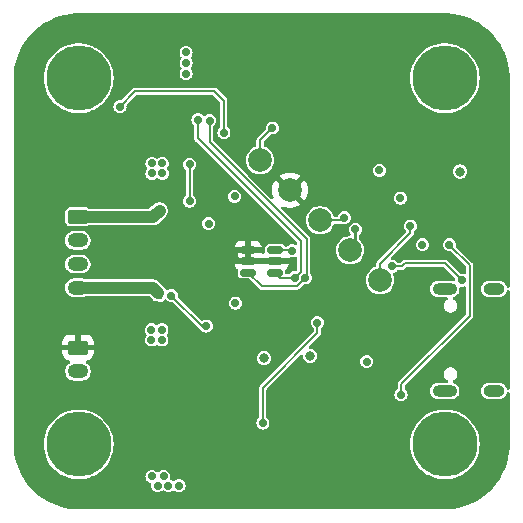
<source format=gbr>
%TF.GenerationSoftware,KiCad,Pcbnew,8.0.3*%
%TF.CreationDate,2024-10-19T15:47:34-04:00*%
%TF.ProjectId,Axis_Basic,41786973-5f42-4617-9369-632e6b696361,rev?*%
%TF.SameCoordinates,Original*%
%TF.FileFunction,Copper,L4,Bot*%
%TF.FilePolarity,Positive*%
%FSLAX46Y46*%
G04 Gerber Fmt 4.6, Leading zero omitted, Abs format (unit mm)*
G04 Created by KiCad (PCBNEW 8.0.3) date 2024-10-19 15:47:34*
%MOMM*%
%LPD*%
G01*
G04 APERTURE LIST*
G04 Aperture macros list*
%AMRoundRect*
0 Rectangle with rounded corners*
0 $1 Rounding radius*
0 $2 $3 $4 $5 $6 $7 $8 $9 X,Y pos of 4 corners*
0 Add a 4 corners polygon primitive as box body*
4,1,4,$2,$3,$4,$5,$6,$7,$8,$9,$2,$3,0*
0 Add four circle primitives for the rounded corners*
1,1,$1+$1,$2,$3*
1,1,$1+$1,$4,$5*
1,1,$1+$1,$6,$7*
1,1,$1+$1,$8,$9*
0 Add four rect primitives between the rounded corners*
20,1,$1+$1,$2,$3,$4,$5,0*
20,1,$1+$1,$4,$5,$6,$7,0*
20,1,$1+$1,$6,$7,$8,$9,0*
20,1,$1+$1,$8,$9,$2,$3,0*%
G04 Aperture macros list end*
%TA.AperFunction,ComponentPad*%
%ADD10RoundRect,0.250000X-0.625000X0.350000X-0.625000X-0.350000X0.625000X-0.350000X0.625000X0.350000X0*%
%TD*%
%TA.AperFunction,ComponentPad*%
%ADD11O,1.750000X1.200000*%
%TD*%
%TA.AperFunction,ComponentPad*%
%ADD12C,5.500000*%
%TD*%
%TA.AperFunction,ComponentPad*%
%ADD13C,0.500000*%
%TD*%
%TA.AperFunction,SMDPad,CuDef*%
%ADD14R,2.500000X2.500000*%
%TD*%
%TA.AperFunction,ComponentPad*%
%ADD15O,2.100000X1.000000*%
%TD*%
%TA.AperFunction,ComponentPad*%
%ADD16O,1.800000X1.000000*%
%TD*%
%TA.AperFunction,SMDPad,CuDef*%
%ADD17C,2.000000*%
%TD*%
%TA.AperFunction,SMDPad,CuDef*%
%ADD18RoundRect,0.150000X-0.512500X-0.150000X0.512500X-0.150000X0.512500X0.150000X-0.512500X0.150000X0*%
%TD*%
%TA.AperFunction,ViaPad*%
%ADD19C,0.700000*%
%TD*%
%TA.AperFunction,ViaPad*%
%ADD20C,0.800000*%
%TD*%
%TA.AperFunction,ViaPad*%
%ADD21C,0.450000*%
%TD*%
%TA.AperFunction,Conductor*%
%ADD22C,0.200000*%
%TD*%
%TA.AperFunction,Conductor*%
%ADD23C,1.000000*%
%TD*%
%TA.AperFunction,Conductor*%
%ADD24C,0.250000*%
%TD*%
G04 APERTURE END LIST*
D10*
%TO.P,J5,1,Pin_1*%
%TO.N,GND*%
X134450000Y-107300000D03*
D11*
%TO.P,J5,2,Pin_2*%
%TO.N,VCC*%
X134450000Y-109300000D03*
%TD*%
D12*
%TO.P,H1,1*%
%TO.N,N/C*%
X165500000Y-115500000D03*
%TD*%
D13*
%TO.P,U4,29,EXP*%
%TO.N,GND*%
X141987500Y-100200000D03*
X142987500Y-100200000D03*
X143987500Y-100200000D03*
X141987500Y-99200000D03*
X142987500Y-99200000D03*
D14*
X142987500Y-99200000D03*
D13*
X143987500Y-99200000D03*
X141987500Y-98200000D03*
X142987500Y-98200000D03*
X143987500Y-98200000D03*
%TD*%
D10*
%TO.P,J2,1*%
%TO.N,MOTOR_A2*%
X134432353Y-96229412D03*
D11*
%TO.P,J2,2*%
%TO.N,MOTOR_A1*%
X134432353Y-98229412D03*
%TO.P,J2,3*%
%TO.N,MOTOR_B1*%
X134432353Y-100229412D03*
%TO.P,J2,4*%
%TO.N,MOTOR_B2*%
X134432353Y-102229412D03*
%TD*%
D12*
%TO.P,H4,1*%
%TO.N,N/C*%
X165500000Y-84500000D03*
%TD*%
%TO.P,H3,1*%
%TO.N,N/C*%
X134500000Y-84500000D03*
%TD*%
D15*
%TO.P,J1,S1,SHIELD*%
%TO.N,Net-(J1-SHIELD)*%
X165495000Y-110970000D03*
D16*
X169675000Y-110970000D03*
D15*
X165495000Y-102330000D03*
D16*
X169675000Y-102330000D03*
%TD*%
D12*
%TO.P,H2,1*%
%TO.N,N/C*%
X134500000Y-115500000D03*
%TD*%
D17*
%TO.P,GND1,1,1*%
%TO.N,GND*%
X152400000Y-93980000D03*
%TD*%
%TO.P,CLK1,1,1*%
%TO.N,SWCLK*%
X157480000Y-99060000D03*
%TD*%
D18*
%TO.P,U1,1,SCL/INT*%
%TO.N,SCL1*%
X148862500Y-100950000D03*
%TO.P,U1,2,GND*%
%TO.N,GND*%
X148862500Y-100000000D03*
%TO.P,U1,3,GND*%
X148862500Y-99050000D03*
%TO.P,U1,4,VDD*%
%TO.N,+3.3V*%
X151137500Y-99050000D03*
%TO.P,U1,5,GND*%
%TO.N,GND*%
X151137500Y-100000000D03*
%TO.P,U1,6,SDA/ADDR*%
%TO.N,SDA1*%
X151137500Y-100950000D03*
%TD*%
D17*
%TO.P,3.3V1,1,1*%
%TO.N,+3.3V*%
X149860000Y-91440000D03*
%TD*%
%TO.P,RST1,1,1*%
%TO.N,RESET*%
X160020000Y-101600000D03*
%TD*%
%TO.P,SIO1,1,1*%
%TO.N,SWDIO*%
X154940000Y-96520000D03*
%TD*%
D19*
%TO.N,+3.3V*%
X152600000Y-99100000D03*
D20*
X154100000Y-108000000D03*
D19*
X143600000Y-84100000D03*
X150900000Y-88700000D03*
X158900000Y-108500000D03*
X140700000Y-118200000D03*
X142100000Y-119000000D03*
X147700000Y-94500000D03*
X143600000Y-83200000D03*
X141200000Y-119000000D03*
X163600000Y-98600000D03*
D20*
X166800000Y-92400000D03*
D19*
X143000000Y-119000000D03*
D20*
X150200000Y-108200000D03*
D19*
X147769514Y-103541417D03*
X141700000Y-118200000D03*
X145500000Y-96800000D03*
X143600000Y-82300000D03*
X161751818Y-94639465D03*
X159971014Y-92300000D03*
%TO.N,GND*%
X154000000Y-80000000D03*
D20*
X142900000Y-93500000D03*
D19*
X138000000Y-120000000D03*
X160000000Y-120000000D03*
X130000000Y-116000000D03*
X134000000Y-80000000D03*
X152600000Y-100000000D03*
X134000000Y-120000000D03*
X144000000Y-80000000D03*
X170000000Y-97000000D03*
X170000000Y-115000000D03*
X164700000Y-98600000D03*
X170000000Y-85000000D03*
X130000000Y-88000000D03*
X150000000Y-120000000D03*
X136000000Y-80000000D03*
X158000000Y-120000000D03*
X137200000Y-90900000D03*
X162000000Y-80000000D03*
X152000000Y-80000000D03*
X138000000Y-80000000D03*
X141800000Y-117100000D03*
X156300000Y-92400000D03*
X130000000Y-92100000D03*
X145200000Y-107200000D03*
X170000000Y-87000000D03*
X159400000Y-98100000D03*
X140800000Y-115500000D03*
X142000000Y-80000000D03*
X160000000Y-108400000D03*
X130000000Y-114000000D03*
X137900000Y-106300000D03*
X130000000Y-96000000D03*
X160900000Y-92300000D03*
X164050000Y-101500000D03*
X158000000Y-80000000D03*
X130000000Y-102000000D03*
X170000000Y-101000000D03*
X170000000Y-95000000D03*
X130000000Y-84000000D03*
X139400000Y-107000000D03*
X145100000Y-92028249D03*
X138400000Y-107000000D03*
X147906974Y-111300000D03*
X150000000Y-80000000D03*
X130000000Y-90100000D03*
X136000000Y-120000000D03*
X146000000Y-80000000D03*
X170000000Y-99000000D03*
X162600000Y-100800000D03*
X130000000Y-98000000D03*
X141800000Y-115500000D03*
X146609266Y-104179912D03*
X170000000Y-93000000D03*
X138600000Y-92100000D03*
X170000000Y-105000000D03*
X130000000Y-108000000D03*
X130000000Y-106000000D03*
X164000000Y-80000000D03*
X138100000Y-112100000D03*
X156000000Y-114500000D03*
X130000000Y-86000000D03*
X166000000Y-80000000D03*
X152000000Y-120000000D03*
X156600000Y-82300000D03*
X140000000Y-80000000D03*
X141300000Y-116300000D03*
X130000000Y-110000000D03*
X156600000Y-84100000D03*
X138900000Y-106300000D03*
X157100000Y-108750000D03*
X142800000Y-115500000D03*
X156000000Y-80000000D03*
X148000000Y-80000000D03*
X170000000Y-91000000D03*
X156600000Y-83200000D03*
X136900000Y-106300000D03*
X165500000Y-92900000D03*
X170000000Y-107000000D03*
X142300000Y-116300000D03*
X147682338Y-99407146D03*
X149600000Y-116500000D03*
X137400000Y-107000000D03*
X170000000Y-109000000D03*
X151400000Y-90800000D03*
X170000000Y-113000000D03*
X170000000Y-89000000D03*
X163900000Y-110400000D03*
X154800000Y-112300000D03*
X160000000Y-80000000D03*
X130000000Y-100000000D03*
X138300000Y-90900000D03*
%TO.N,RESET*%
X162600000Y-97000000D03*
%TO.N,NEOPIX*%
X146800000Y-89100000D03*
X138000000Y-86900000D03*
D21*
%TO.N,MOTOR_A2*%
X141400000Y-95450000D03*
X140900000Y-95700000D03*
X141400000Y-96000000D03*
X140900000Y-96300000D03*
%TO.N,MOTOR_B2*%
X141399970Y-103000000D03*
X140899970Y-102100000D03*
X141399970Y-102400000D03*
X140899970Y-102700000D03*
D19*
%TO.N,SWDIO*%
X157000000Y-96300000D03*
%TO.N,SWCLK*%
X157925000Y-97300111D03*
%TO.N,VUSB_sense*%
X166950000Y-101600000D03*
X161072702Y-100427298D03*
%TO.N,Net-(R13-Pad1)*%
X165900000Y-98600000D03*
X161800000Y-111300000D03*
%TO.N,SCL1*%
X153700000Y-101400000D03*
X145600000Y-88100000D03*
%TO.N,SDA1*%
X144600000Y-88000000D03*
X152790379Y-101390382D03*
%TO.N,EN*%
X145300000Y-105479412D03*
X142363000Y-102900000D03*
%TO.N,VCC*%
X141600000Y-91700000D03*
X140700000Y-92550000D03*
X140650000Y-105800000D03*
X140650000Y-106650000D03*
X141600000Y-92550000D03*
X141550000Y-105800000D03*
X141550000Y-106650000D03*
X140700000Y-91700000D03*
%TO.N,AUX6*%
X143900000Y-91800000D03*
X143900000Y-94900000D03*
%TO.N,SYNC*%
X154700000Y-105200000D03*
X150100000Y-113700000D03*
%TD*%
D22*
%TO.N,+3.3V*%
X151137500Y-99050000D02*
X152550000Y-99050000D01*
X149860000Y-89740000D02*
X150900000Y-88700000D01*
X150561747Y-99050000D02*
X151137500Y-99050000D01*
X149860000Y-91440000D02*
X149860000Y-89740000D01*
X152550000Y-99050000D02*
X152600000Y-99100000D01*
%TO.N,GND*%
X148862500Y-100000000D02*
X148275192Y-100000000D01*
X151137500Y-100000000D02*
X152600000Y-100000000D01*
X148275192Y-100000000D02*
X147682338Y-99407146D01*
X148862500Y-99050000D02*
X148862500Y-100000000D01*
X151137500Y-100000000D02*
X148862500Y-100000000D01*
%TO.N,RESET*%
X160020000Y-100185787D02*
X160020000Y-101600000D01*
X162600000Y-97000000D02*
X162600000Y-97605787D01*
X162600000Y-97605787D02*
X160020000Y-100185787D01*
%TO.N,NEOPIX*%
X146800000Y-89100000D02*
X146800000Y-86400000D01*
X146000000Y-85600000D02*
X139300000Y-85600000D01*
X146800000Y-86400000D02*
X146000000Y-85600000D01*
X139300000Y-85600000D02*
X138000000Y-86900000D01*
D23*
%TO.N,MOTOR_A2*%
X134432353Y-96229412D02*
X140820588Y-96229412D01*
X140820588Y-96229412D02*
X141350000Y-95700000D01*
%TO.N,MOTOR_B2*%
X134432353Y-102229412D02*
X140779412Y-102229412D01*
X140779412Y-102229412D02*
X141250000Y-102700000D01*
D22*
%TO.N,SWDIO*%
X156780000Y-96520000D02*
X154940000Y-96520000D01*
X157000000Y-96300000D02*
X156780000Y-96520000D01*
D24*
%TO.N,SWCLK*%
X157925000Y-97300111D02*
X157925000Y-98615000D01*
X157925000Y-98615000D02*
X157480000Y-99060000D01*
D22*
%TO.N,VUSB_sense*%
X161072702Y-100427298D02*
X161872702Y-100427298D01*
X165500000Y-100150000D02*
X166950000Y-101600000D01*
X162150000Y-100150000D02*
X165500000Y-100150000D01*
X161872702Y-100427298D02*
X162150000Y-100150000D01*
%TO.N,Net-(R13-Pad1)*%
X165900000Y-98600000D02*
X167600000Y-100300000D01*
X167600000Y-100300000D02*
X167600000Y-104600000D01*
X167600000Y-104600000D02*
X161800000Y-110400000D01*
X161800000Y-110400000D02*
X161800000Y-111300000D01*
%TO.N,SCL1*%
X145600000Y-89900000D02*
X153800000Y-98100000D01*
X153700000Y-101400000D02*
X153000000Y-102100000D01*
X150012500Y-102100000D02*
X148862500Y-100950000D01*
X153000000Y-102100000D02*
X150012500Y-102100000D01*
X145600000Y-88100000D02*
X145600000Y-89900000D01*
X153800000Y-98100000D02*
X153800000Y-101300000D01*
X153800000Y-101300000D02*
X153700000Y-101400000D01*
%TO.N,SDA1*%
X153300000Y-98300000D02*
X144600000Y-89600000D01*
X151577882Y-101390382D02*
X151137500Y-100950000D01*
X144600000Y-89600000D02*
X144600000Y-88000000D01*
X153300000Y-100880761D02*
X153300000Y-98300000D01*
X152790379Y-101390382D02*
X151577882Y-101390382D01*
X152790379Y-101390382D02*
X153300000Y-100880761D01*
%TO.N,EN*%
X145300000Y-105479412D02*
X145179412Y-105600000D01*
X145063000Y-105600000D02*
X142363000Y-102900000D01*
X145179412Y-105600000D02*
X145063000Y-105600000D01*
%TO.N,AUX6*%
X143900000Y-94900000D02*
X143900000Y-91800000D01*
%TO.N,SYNC*%
X150100000Y-110700000D02*
X150100000Y-113700000D01*
X154700000Y-105200000D02*
X154700000Y-106100000D01*
X154700000Y-106100000D02*
X150100000Y-110700000D01*
%TD*%
%TA.AperFunction,Conductor*%
%TO.N,GND*%
G36*
X165500642Y-79000007D02*
G01*
X165735302Y-79002565D01*
X165744734Y-79003029D01*
X166212846Y-79043984D01*
X166223567Y-79045396D01*
X166685664Y-79126875D01*
X166696192Y-79129209D01*
X167149458Y-79250661D01*
X167159747Y-79253906D01*
X167600688Y-79414395D01*
X167610654Y-79418523D01*
X168035926Y-79616830D01*
X168045512Y-79621821D01*
X168451866Y-79856429D01*
X168460985Y-79862238D01*
X168845353Y-80131376D01*
X168853935Y-80137962D01*
X169213370Y-80439564D01*
X169221345Y-80446872D01*
X169553127Y-80778654D01*
X169560435Y-80786629D01*
X169862037Y-81146064D01*
X169868623Y-81154646D01*
X170137761Y-81539014D01*
X170143573Y-81548138D01*
X170378176Y-81954483D01*
X170383171Y-81964078D01*
X170581470Y-82389331D01*
X170585610Y-82399326D01*
X170746089Y-82840239D01*
X170749342Y-82850555D01*
X170870786Y-83303790D01*
X170873127Y-83314352D01*
X170954603Y-83776432D01*
X170956015Y-83787156D01*
X170996969Y-84255252D01*
X170997434Y-84264708D01*
X170999993Y-84499357D01*
X171000000Y-84500709D01*
X171000000Y-102130651D01*
X170980315Y-102197690D01*
X170927511Y-102243445D01*
X170858353Y-102253389D01*
X170794797Y-102224364D01*
X170757023Y-102165586D01*
X170754383Y-102154843D01*
X170748581Y-102125677D01*
X170748580Y-102125676D01*
X170748580Y-102125672D01*
X170717846Y-102051473D01*
X170695778Y-101998195D01*
X170695771Y-101998182D01*
X170619114Y-101883458D01*
X170619111Y-101883454D01*
X170521545Y-101785888D01*
X170521541Y-101785885D01*
X170406817Y-101709228D01*
X170406804Y-101709221D01*
X170279332Y-101656421D01*
X170279322Y-101656418D01*
X170143995Y-101629500D01*
X170143993Y-101629500D01*
X169206007Y-101629500D01*
X169206005Y-101629500D01*
X169070677Y-101656418D01*
X169070667Y-101656421D01*
X168943195Y-101709221D01*
X168943182Y-101709228D01*
X168828458Y-101785885D01*
X168828454Y-101785888D01*
X168730888Y-101883454D01*
X168730885Y-101883458D01*
X168654228Y-101998182D01*
X168654221Y-101998195D01*
X168601421Y-102125667D01*
X168601418Y-102125677D01*
X168574500Y-102261004D01*
X168574500Y-102261007D01*
X168574500Y-102398993D01*
X168574500Y-102398995D01*
X168574499Y-102398995D01*
X168601418Y-102534322D01*
X168601421Y-102534332D01*
X168654221Y-102661804D01*
X168654228Y-102661817D01*
X168730885Y-102776541D01*
X168730888Y-102776545D01*
X168828454Y-102874111D01*
X168828458Y-102874114D01*
X168943182Y-102950771D01*
X168943195Y-102950778D01*
X169059977Y-102999150D01*
X169070672Y-103003580D01*
X169070676Y-103003580D01*
X169070677Y-103003581D01*
X169206004Y-103030500D01*
X169206007Y-103030500D01*
X170143995Y-103030500D01*
X170235041Y-103012389D01*
X170279328Y-103003580D01*
X170406811Y-102950775D01*
X170521542Y-102874114D01*
X170619114Y-102776542D01*
X170695775Y-102661811D01*
X170748580Y-102534328D01*
X170754383Y-102505157D01*
X170786768Y-102443246D01*
X170847483Y-102408672D01*
X170917253Y-102412411D01*
X170973925Y-102453278D01*
X170999506Y-102518296D01*
X171000000Y-102529348D01*
X171000000Y-110770651D01*
X170980315Y-110837690D01*
X170927511Y-110883445D01*
X170858353Y-110893389D01*
X170794797Y-110864364D01*
X170757023Y-110805586D01*
X170754383Y-110794843D01*
X170748581Y-110765677D01*
X170748580Y-110765676D01*
X170748580Y-110765672D01*
X170748578Y-110765667D01*
X170695778Y-110638195D01*
X170695771Y-110638182D01*
X170619114Y-110523458D01*
X170619111Y-110523454D01*
X170521545Y-110425888D01*
X170521541Y-110425885D01*
X170406817Y-110349228D01*
X170406804Y-110349221D01*
X170279332Y-110296421D01*
X170279322Y-110296418D01*
X170143995Y-110269500D01*
X170143993Y-110269500D01*
X169206007Y-110269500D01*
X169206005Y-110269500D01*
X169070677Y-110296418D01*
X169070667Y-110296421D01*
X168943195Y-110349221D01*
X168943182Y-110349228D01*
X168828458Y-110425885D01*
X168828454Y-110425888D01*
X168730888Y-110523454D01*
X168730885Y-110523458D01*
X168654228Y-110638182D01*
X168654221Y-110638195D01*
X168601421Y-110765667D01*
X168601418Y-110765677D01*
X168574500Y-110901004D01*
X168574500Y-110901007D01*
X168574500Y-111038993D01*
X168574500Y-111038995D01*
X168574499Y-111038995D01*
X168601418Y-111174322D01*
X168601421Y-111174332D01*
X168654221Y-111301804D01*
X168654228Y-111301817D01*
X168730885Y-111416541D01*
X168730888Y-111416545D01*
X168828454Y-111514111D01*
X168828458Y-111514114D01*
X168943182Y-111590771D01*
X168943195Y-111590778D01*
X169070667Y-111643578D01*
X169070672Y-111643580D01*
X169070676Y-111643580D01*
X169070677Y-111643581D01*
X169206004Y-111670500D01*
X169206007Y-111670500D01*
X170143995Y-111670500D01*
X170235041Y-111652389D01*
X170279328Y-111643580D01*
X170406811Y-111590775D01*
X170521542Y-111514114D01*
X170619114Y-111416542D01*
X170695775Y-111301811D01*
X170748580Y-111174328D01*
X170754383Y-111145157D01*
X170786768Y-111083246D01*
X170847483Y-111048672D01*
X170917253Y-111052411D01*
X170973925Y-111093278D01*
X170999506Y-111158296D01*
X171000000Y-111169348D01*
X171000000Y-115499290D01*
X170999993Y-115500642D01*
X170997434Y-115735291D01*
X170996969Y-115744747D01*
X170956015Y-116212843D01*
X170954603Y-116223567D01*
X170873127Y-116685647D01*
X170870786Y-116696209D01*
X170749342Y-117149444D01*
X170746089Y-117159760D01*
X170585610Y-117600673D01*
X170581470Y-117610668D01*
X170383171Y-118035921D01*
X170378176Y-118045516D01*
X170143573Y-118451861D01*
X170137761Y-118460985D01*
X169868623Y-118845353D01*
X169862037Y-118853935D01*
X169560435Y-119213370D01*
X169553127Y-119221345D01*
X169221345Y-119553127D01*
X169213370Y-119560435D01*
X168853935Y-119862037D01*
X168845353Y-119868623D01*
X168460985Y-120137761D01*
X168451861Y-120143573D01*
X168045516Y-120378176D01*
X168035921Y-120383171D01*
X167610668Y-120581470D01*
X167600673Y-120585610D01*
X167159760Y-120746089D01*
X167149444Y-120749342D01*
X166696209Y-120870786D01*
X166685647Y-120873127D01*
X166223567Y-120954603D01*
X166212843Y-120956015D01*
X165744747Y-120996969D01*
X165735291Y-120997434D01*
X165500642Y-120999993D01*
X165499290Y-121000000D01*
X134500710Y-121000000D01*
X134499358Y-120999993D01*
X134264708Y-120997434D01*
X134255252Y-120996969D01*
X133787156Y-120956015D01*
X133776432Y-120954603D01*
X133314352Y-120873127D01*
X133303790Y-120870786D01*
X132850555Y-120749342D01*
X132840239Y-120746089D01*
X132399326Y-120585610D01*
X132389331Y-120581470D01*
X131964078Y-120383171D01*
X131954483Y-120378176D01*
X131548138Y-120143573D01*
X131539014Y-120137761D01*
X131154646Y-119868623D01*
X131146064Y-119862037D01*
X130786629Y-119560435D01*
X130778654Y-119553127D01*
X130446872Y-119221345D01*
X130439564Y-119213370D01*
X130137962Y-118853935D01*
X130131376Y-118845353D01*
X129972657Y-118618679D01*
X129862235Y-118460981D01*
X129856426Y-118451861D01*
X129855640Y-118450500D01*
X129621821Y-118045512D01*
X129616828Y-118035921D01*
X129418523Y-117610654D01*
X129414395Y-117600688D01*
X129253906Y-117159747D01*
X129250661Y-117149458D01*
X129129209Y-116696192D01*
X129126875Y-116685664D01*
X129045396Y-116223567D01*
X129043984Y-116212843D01*
X129003029Y-115744734D01*
X129002565Y-115735291D01*
X129000007Y-115500642D01*
X129000004Y-115499996D01*
X131544500Y-115499996D01*
X131544500Y-115500003D01*
X131564484Y-115843113D01*
X131564485Y-115843124D01*
X131624163Y-116181575D01*
X131624166Y-116181588D01*
X131722737Y-116510840D01*
X131858865Y-116826417D01*
X131858871Y-116826430D01*
X132030716Y-117124075D01*
X132235952Y-117399755D01*
X132235957Y-117399761D01*
X132357767Y-117528871D01*
X132471813Y-117649753D01*
X132471819Y-117649758D01*
X132471821Y-117649760D01*
X132735093Y-117870672D01*
X132735098Y-117870675D01*
X133022250Y-118059538D01*
X133124329Y-118110804D01*
X133329378Y-118213785D01*
X133329384Y-118213787D01*
X133329386Y-118213788D01*
X133652353Y-118331338D01*
X133986783Y-118410599D01*
X134328153Y-118450500D01*
X134328160Y-118450500D01*
X134671840Y-118450500D01*
X134671847Y-118450500D01*
X135013217Y-118410599D01*
X135347647Y-118331338D01*
X135670614Y-118213788D01*
X135670617Y-118213786D01*
X135670621Y-118213785D01*
X135698070Y-118199999D01*
X140144750Y-118199999D01*
X140144750Y-118200000D01*
X140163670Y-118343708D01*
X140163671Y-118343712D01*
X140219137Y-118477622D01*
X140219138Y-118477624D01*
X140219139Y-118477625D01*
X140307379Y-118592621D01*
X140422375Y-118680861D01*
X140556291Y-118736330D01*
X140556297Y-118736330D01*
X140564141Y-118738433D01*
X140563673Y-118740176D01*
X140618319Y-118764348D01*
X140656792Y-118822671D01*
X140661179Y-118875208D01*
X140644750Y-118999997D01*
X140644750Y-119000000D01*
X140663670Y-119143708D01*
X140663671Y-119143712D01*
X140719137Y-119277622D01*
X140719138Y-119277624D01*
X140719139Y-119277625D01*
X140807379Y-119392621D01*
X140922375Y-119480861D01*
X141056291Y-119536330D01*
X141183280Y-119553048D01*
X141199999Y-119555250D01*
X141200000Y-119555250D01*
X141200001Y-119555250D01*
X141216125Y-119553127D01*
X141343709Y-119536330D01*
X141477625Y-119480861D01*
X141574515Y-119406514D01*
X141639682Y-119381321D01*
X141708127Y-119395359D01*
X141725480Y-119406510D01*
X141822375Y-119480861D01*
X141956291Y-119536330D01*
X142083280Y-119553048D01*
X142099999Y-119555250D01*
X142100000Y-119555250D01*
X142100001Y-119555250D01*
X142116125Y-119553127D01*
X142243709Y-119536330D01*
X142377625Y-119480861D01*
X142474515Y-119406514D01*
X142539682Y-119381321D01*
X142608127Y-119395359D01*
X142625480Y-119406510D01*
X142722375Y-119480861D01*
X142856291Y-119536330D01*
X142983280Y-119553048D01*
X142999999Y-119555250D01*
X143000000Y-119555250D01*
X143000001Y-119555250D01*
X143016125Y-119553127D01*
X143143709Y-119536330D01*
X143277625Y-119480861D01*
X143392621Y-119392621D01*
X143480861Y-119277625D01*
X143536330Y-119143709D01*
X143555250Y-119000000D01*
X143536330Y-118856291D01*
X143486641Y-118736330D01*
X143480862Y-118722377D01*
X143480861Y-118722376D01*
X143480861Y-118722375D01*
X143392621Y-118607379D01*
X143277625Y-118519139D01*
X143277624Y-118519138D01*
X143277622Y-118519137D01*
X143143712Y-118463671D01*
X143143710Y-118463670D01*
X143143709Y-118463670D01*
X143071854Y-118454210D01*
X143000001Y-118444750D01*
X142999999Y-118444750D01*
X142856291Y-118463670D01*
X142856287Y-118463671D01*
X142722377Y-118519137D01*
X142687581Y-118545836D01*
X142625484Y-118593485D01*
X142560318Y-118618679D01*
X142491873Y-118604641D01*
X142474519Y-118593489D01*
X142377625Y-118519139D01*
X142377624Y-118519138D01*
X142377622Y-118519137D01*
X142308602Y-118490549D01*
X142254198Y-118446709D01*
X142232133Y-118380415D01*
X142235385Y-118351781D01*
X142235269Y-118351766D01*
X142236126Y-118345251D01*
X142236282Y-118343884D01*
X142236324Y-118343721D01*
X142236330Y-118343709D01*
X142255250Y-118200000D01*
X142236330Y-118056291D01*
X142180861Y-117922375D01*
X142092621Y-117807379D01*
X141977625Y-117719139D01*
X141977624Y-117719138D01*
X141977622Y-117719137D01*
X141843712Y-117663671D01*
X141843710Y-117663670D01*
X141843709Y-117663670D01*
X141738001Y-117649753D01*
X141700001Y-117644750D01*
X141699999Y-117644750D01*
X141556291Y-117663670D01*
X141556287Y-117663671D01*
X141422377Y-117719137D01*
X141364877Y-117763259D01*
X141307379Y-117807379D01*
X141307378Y-117807380D01*
X141307377Y-117807381D01*
X141298375Y-117819113D01*
X141241947Y-117860316D01*
X141172201Y-117864470D01*
X141111281Y-117830257D01*
X141101625Y-117819113D01*
X141099782Y-117816711D01*
X141092621Y-117807379D01*
X140977625Y-117719139D01*
X140977624Y-117719138D01*
X140977622Y-117719137D01*
X140843712Y-117663671D01*
X140843710Y-117663670D01*
X140843709Y-117663670D01*
X140738001Y-117649753D01*
X140700001Y-117644750D01*
X140699999Y-117644750D01*
X140556291Y-117663670D01*
X140556287Y-117663671D01*
X140422377Y-117719137D01*
X140307379Y-117807379D01*
X140219137Y-117922377D01*
X140163671Y-118056287D01*
X140163670Y-118056291D01*
X140144750Y-118199999D01*
X135698070Y-118199999D01*
X135774487Y-118161620D01*
X135977750Y-118059538D01*
X136264902Y-117870675D01*
X136277248Y-117860316D01*
X136511601Y-117663670D01*
X136528187Y-117649753D01*
X136764044Y-117399759D01*
X136969284Y-117124074D01*
X137141131Y-116826426D01*
X137277262Y-116510841D01*
X137375834Y-116181585D01*
X137435516Y-115843113D01*
X137455500Y-115500000D01*
X137455500Y-115499996D01*
X162544500Y-115499996D01*
X162544500Y-115500003D01*
X162564484Y-115843113D01*
X162564485Y-115843124D01*
X162624163Y-116181575D01*
X162624166Y-116181588D01*
X162722737Y-116510840D01*
X162858865Y-116826417D01*
X162858871Y-116826430D01*
X163030716Y-117124075D01*
X163235952Y-117399755D01*
X163235957Y-117399761D01*
X163357767Y-117528871D01*
X163471813Y-117649753D01*
X163471819Y-117649758D01*
X163471821Y-117649760D01*
X163735093Y-117870672D01*
X163735098Y-117870675D01*
X164022250Y-118059538D01*
X164124329Y-118110804D01*
X164329378Y-118213785D01*
X164329384Y-118213787D01*
X164329386Y-118213788D01*
X164652353Y-118331338D01*
X164986783Y-118410599D01*
X165328153Y-118450500D01*
X165328160Y-118450500D01*
X165671840Y-118450500D01*
X165671847Y-118450500D01*
X166013217Y-118410599D01*
X166347647Y-118331338D01*
X166670614Y-118213788D01*
X166670617Y-118213786D01*
X166670621Y-118213785D01*
X166774487Y-118161620D01*
X166977750Y-118059538D01*
X167264902Y-117870675D01*
X167277248Y-117860316D01*
X167511601Y-117663670D01*
X167528187Y-117649753D01*
X167764044Y-117399759D01*
X167969284Y-117124074D01*
X168141131Y-116826426D01*
X168277262Y-116510841D01*
X168375834Y-116181585D01*
X168435516Y-115843113D01*
X168455500Y-115500000D01*
X168435516Y-115156887D01*
X168375834Y-114818415D01*
X168277262Y-114489159D01*
X168141131Y-114173574D01*
X167969284Y-113875926D01*
X167945302Y-113843712D01*
X167764047Y-113600244D01*
X167764042Y-113600238D01*
X167596236Y-113422375D01*
X167528187Y-113350247D01*
X167528180Y-113350241D01*
X167528178Y-113350239D01*
X167264906Y-113129327D01*
X167121326Y-113034893D01*
X166977750Y-112940462D01*
X166975956Y-112939561D01*
X166670621Y-112786214D01*
X166670615Y-112786212D01*
X166347648Y-112668662D01*
X166347645Y-112668661D01*
X166013218Y-112589401D01*
X165970545Y-112584413D01*
X165671847Y-112549500D01*
X165328153Y-112549500D01*
X165029454Y-112584413D01*
X164986782Y-112589401D01*
X164986780Y-112589401D01*
X164652354Y-112668661D01*
X164652351Y-112668662D01*
X164329384Y-112786212D01*
X164329378Y-112786214D01*
X164022253Y-112940460D01*
X163735093Y-113129327D01*
X163471821Y-113350239D01*
X163471811Y-113350249D01*
X163235957Y-113600238D01*
X163235952Y-113600244D01*
X163030716Y-113875924D01*
X162858871Y-114173569D01*
X162858865Y-114173582D01*
X162722737Y-114489159D01*
X162624166Y-114818411D01*
X162624163Y-114818424D01*
X162564485Y-115156875D01*
X162564484Y-115156886D01*
X162544500Y-115499996D01*
X137455500Y-115499996D01*
X137435516Y-115156887D01*
X137375834Y-114818415D01*
X137277262Y-114489159D01*
X137141131Y-114173574D01*
X136969284Y-113875926D01*
X136945302Y-113843712D01*
X136838312Y-113699999D01*
X149544750Y-113699999D01*
X149544750Y-113700000D01*
X149563670Y-113843708D01*
X149563671Y-113843712D01*
X149619137Y-113977622D01*
X149619138Y-113977624D01*
X149619139Y-113977625D01*
X149707379Y-114092621D01*
X149822375Y-114180861D01*
X149956291Y-114236330D01*
X150083280Y-114253048D01*
X150099999Y-114255250D01*
X150100000Y-114255250D01*
X150100001Y-114255250D01*
X150114977Y-114253278D01*
X150243709Y-114236330D01*
X150377625Y-114180861D01*
X150492621Y-114092621D01*
X150580861Y-113977625D01*
X150636330Y-113843709D01*
X150655250Y-113700000D01*
X150636330Y-113556291D01*
X150580861Y-113422375D01*
X150492621Y-113307379D01*
X150492618Y-113307377D01*
X150492617Y-113307375D01*
X150449013Y-113273916D01*
X150407810Y-113217488D01*
X150400500Y-113175541D01*
X150400500Y-110875833D01*
X150420185Y-110808794D01*
X150436819Y-110788152D01*
X153285183Y-107939788D01*
X153346506Y-107906303D01*
X153416198Y-107911287D01*
X153472131Y-107953159D01*
X153495803Y-108011283D01*
X153500010Y-108043237D01*
X153514956Y-108156762D01*
X153575464Y-108302841D01*
X153671718Y-108428282D01*
X153797159Y-108524536D01*
X153943238Y-108585044D01*
X153985486Y-108590606D01*
X154099999Y-108605682D01*
X154100000Y-108605682D01*
X154100001Y-108605682D01*
X154152254Y-108598802D01*
X154256762Y-108585044D01*
X154402841Y-108524536D01*
X154434817Y-108500000D01*
X158344750Y-108500000D01*
X158355946Y-108585044D01*
X158363670Y-108643708D01*
X158363671Y-108643712D01*
X158419137Y-108777622D01*
X158419138Y-108777624D01*
X158419139Y-108777625D01*
X158507379Y-108892621D01*
X158622375Y-108980861D01*
X158756291Y-109036330D01*
X158883280Y-109053048D01*
X158899999Y-109055250D01*
X158900000Y-109055250D01*
X158900001Y-109055250D01*
X158914977Y-109053278D01*
X159043709Y-109036330D01*
X159177625Y-108980861D01*
X159292621Y-108892621D01*
X159380861Y-108777625D01*
X159436330Y-108643709D01*
X159455250Y-108500000D01*
X159454673Y-108495621D01*
X159452048Y-108475677D01*
X159436330Y-108356291D01*
X159380861Y-108222375D01*
X159292621Y-108107379D01*
X159177625Y-108019139D01*
X159177624Y-108019138D01*
X159177622Y-108019137D01*
X159043712Y-107963671D01*
X159043710Y-107963670D01*
X159043709Y-107963670D01*
X158963872Y-107953159D01*
X158900001Y-107944750D01*
X158899999Y-107944750D01*
X158756291Y-107963670D01*
X158756287Y-107963671D01*
X158622377Y-108019137D01*
X158507379Y-108107379D01*
X158419137Y-108222377D01*
X158363671Y-108356287D01*
X158363670Y-108356291D01*
X158345327Y-108495621D01*
X158344750Y-108500000D01*
X154434817Y-108500000D01*
X154528282Y-108428282D01*
X154624536Y-108302841D01*
X154685044Y-108156762D01*
X154705682Y-108000000D01*
X154701616Y-107969119D01*
X154685044Y-107843239D01*
X154685044Y-107843238D01*
X154624536Y-107697159D01*
X154528282Y-107571718D01*
X154402841Y-107475464D01*
X154256762Y-107414956D01*
X154222495Y-107410444D01*
X154111283Y-107395803D01*
X154047387Y-107367536D01*
X154008916Y-107309212D01*
X154008085Y-107239347D01*
X154039788Y-107185183D01*
X154940457Y-106284514D01*
X154940460Y-106284511D01*
X154942567Y-106280861D01*
X154980021Y-106215989D01*
X155000500Y-106139562D01*
X155000500Y-105724457D01*
X155020185Y-105657418D01*
X155049011Y-105626083D01*
X155092621Y-105592621D01*
X155180861Y-105477625D01*
X155236330Y-105343709D01*
X155255250Y-105200000D01*
X155236330Y-105056291D01*
X155180861Y-104922375D01*
X155092621Y-104807379D01*
X154977625Y-104719139D01*
X154977624Y-104719138D01*
X154977622Y-104719137D01*
X154843712Y-104663671D01*
X154843710Y-104663670D01*
X154843709Y-104663670D01*
X154771854Y-104654210D01*
X154700001Y-104644750D01*
X154699999Y-104644750D01*
X154556291Y-104663670D01*
X154556287Y-104663671D01*
X154422377Y-104719137D01*
X154307379Y-104807379D01*
X154219137Y-104922377D01*
X154163671Y-105056287D01*
X154163670Y-105056291D01*
X154159655Y-105086791D01*
X154144750Y-105200000D01*
X154162615Y-105335699D01*
X154163670Y-105343708D01*
X154163671Y-105343712D01*
X154219137Y-105477622D01*
X154219138Y-105477624D01*
X154219139Y-105477625D01*
X154307379Y-105592621D01*
X154350987Y-105626082D01*
X154392189Y-105682508D01*
X154399500Y-105724457D01*
X154399500Y-105924167D01*
X154379815Y-105991206D01*
X154363181Y-106011848D01*
X149859541Y-110515487D01*
X149859535Y-110515495D01*
X149819982Y-110584004D01*
X149819979Y-110584009D01*
X149799500Y-110660439D01*
X149799500Y-113175541D01*
X149779815Y-113242580D01*
X149750987Y-113273916D01*
X149707382Y-113307375D01*
X149619137Y-113422377D01*
X149563671Y-113556287D01*
X149563670Y-113556291D01*
X149544750Y-113699999D01*
X136838312Y-113699999D01*
X136764047Y-113600244D01*
X136764042Y-113600238D01*
X136596236Y-113422375D01*
X136528187Y-113350247D01*
X136528180Y-113350241D01*
X136528178Y-113350239D01*
X136264906Y-113129327D01*
X136121326Y-113034893D01*
X135977750Y-112940462D01*
X135975956Y-112939561D01*
X135670621Y-112786214D01*
X135670615Y-112786212D01*
X135347648Y-112668662D01*
X135347645Y-112668661D01*
X135013218Y-112589401D01*
X134970545Y-112584413D01*
X134671847Y-112549500D01*
X134328153Y-112549500D01*
X134029454Y-112584413D01*
X133986782Y-112589401D01*
X133986780Y-112589401D01*
X133652354Y-112668661D01*
X133652351Y-112668662D01*
X133329384Y-112786212D01*
X133329378Y-112786214D01*
X133022253Y-112940460D01*
X132735093Y-113129327D01*
X132471821Y-113350239D01*
X132471811Y-113350249D01*
X132235957Y-113600238D01*
X132235952Y-113600244D01*
X132030716Y-113875924D01*
X131858871Y-114173569D01*
X131858865Y-114173582D01*
X131722737Y-114489159D01*
X131624166Y-114818411D01*
X131624163Y-114818424D01*
X131564485Y-115156875D01*
X131564484Y-115156886D01*
X131544500Y-115499996D01*
X129000004Y-115499996D01*
X129000000Y-115499290D01*
X129000000Y-106900013D01*
X133075000Y-106900013D01*
X133075000Y-107050000D01*
X134169670Y-107050000D01*
X134149925Y-107069745D01*
X134100556Y-107155255D01*
X134075000Y-107250630D01*
X134075000Y-107349370D01*
X134100556Y-107444745D01*
X134149925Y-107530255D01*
X134169670Y-107550000D01*
X133075001Y-107550000D01*
X133075001Y-107699986D01*
X133085494Y-107802697D01*
X133140641Y-107969119D01*
X133140643Y-107969124D01*
X133232684Y-108118345D01*
X133356654Y-108242315D01*
X133505875Y-108334356D01*
X133505880Y-108334358D01*
X133672302Y-108389505D01*
X133672310Y-108389506D01*
X133697694Y-108392100D01*
X133762386Y-108418496D01*
X133802538Y-108475677D01*
X133805401Y-108545488D01*
X133770067Y-108605764D01*
X133753983Y-108618560D01*
X133664711Y-108678210D01*
X133664707Y-108678213D01*
X133553213Y-108789707D01*
X133553210Y-108789711D01*
X133465609Y-108920814D01*
X133465602Y-108920827D01*
X133405264Y-109066498D01*
X133405261Y-109066510D01*
X133374500Y-109221153D01*
X133374500Y-109378846D01*
X133405261Y-109533489D01*
X133405264Y-109533501D01*
X133465602Y-109679172D01*
X133465609Y-109679185D01*
X133553210Y-109810288D01*
X133553213Y-109810292D01*
X133664707Y-109921786D01*
X133664711Y-109921789D01*
X133795814Y-110009390D01*
X133795827Y-110009397D01*
X133865155Y-110038113D01*
X133941503Y-110069737D01*
X134096153Y-110100499D01*
X134096156Y-110100500D01*
X134096158Y-110100500D01*
X134803844Y-110100500D01*
X134803845Y-110100499D01*
X134958497Y-110069737D01*
X135104179Y-110009394D01*
X135235289Y-109921789D01*
X135346789Y-109810289D01*
X135434394Y-109679179D01*
X135494737Y-109533497D01*
X135525500Y-109378842D01*
X135525500Y-109221158D01*
X135525500Y-109221155D01*
X135525499Y-109221153D01*
X135496683Y-109076287D01*
X135494737Y-109066503D01*
X135467188Y-108999993D01*
X135434397Y-108920827D01*
X135434390Y-108920814D01*
X135346789Y-108789711D01*
X135346786Y-108789707D01*
X135235292Y-108678213D01*
X135235288Y-108678210D01*
X135146015Y-108618559D01*
X135101210Y-108564946D01*
X135092503Y-108495621D01*
X135122658Y-108432594D01*
X135182101Y-108395875D01*
X135202308Y-108392099D01*
X135227696Y-108389506D01*
X135394119Y-108334358D01*
X135394124Y-108334356D01*
X135543345Y-108242315D01*
X135585662Y-108199998D01*
X149594318Y-108199998D01*
X149594318Y-108200001D01*
X149614955Y-108356760D01*
X149614956Y-108356762D01*
X149629593Y-108392100D01*
X149675464Y-108502841D01*
X149771718Y-108628282D01*
X149897159Y-108724536D01*
X150043238Y-108785044D01*
X150078688Y-108789711D01*
X150199999Y-108805682D01*
X150200000Y-108805682D01*
X150200001Y-108805682D01*
X150252254Y-108798802D01*
X150356762Y-108785044D01*
X150502841Y-108724536D01*
X150628282Y-108628282D01*
X150724536Y-108502841D01*
X150785044Y-108356762D01*
X150805682Y-108200000D01*
X150799989Y-108156760D01*
X150785044Y-108043239D01*
X150785044Y-108043238D01*
X150724536Y-107897159D01*
X150628282Y-107771718D01*
X150502841Y-107675464D01*
X150356762Y-107614956D01*
X150356760Y-107614955D01*
X150200001Y-107594318D01*
X150199999Y-107594318D01*
X150043239Y-107614955D01*
X150043237Y-107614956D01*
X149897160Y-107675463D01*
X149771718Y-107771718D01*
X149675463Y-107897160D01*
X149614956Y-108043237D01*
X149614955Y-108043239D01*
X149594318Y-108199998D01*
X135585662Y-108199998D01*
X135667315Y-108118345D01*
X135759356Y-107969124D01*
X135759358Y-107969119D01*
X135814505Y-107802697D01*
X135814506Y-107802690D01*
X135824999Y-107699986D01*
X135825000Y-107699973D01*
X135825000Y-107550000D01*
X134730330Y-107550000D01*
X134750075Y-107530255D01*
X134799444Y-107444745D01*
X134825000Y-107349370D01*
X134825000Y-107250630D01*
X134799444Y-107155255D01*
X134750075Y-107069745D01*
X134730330Y-107050000D01*
X135824999Y-107050000D01*
X135824999Y-106900028D01*
X135824998Y-106900013D01*
X135814505Y-106797302D01*
X135759358Y-106630880D01*
X135759356Y-106630875D01*
X135667315Y-106481654D01*
X135543345Y-106357684D01*
X135394124Y-106265643D01*
X135394119Y-106265641D01*
X135227697Y-106210494D01*
X135227690Y-106210493D01*
X135124986Y-106200000D01*
X134700000Y-106200000D01*
X134700000Y-107019670D01*
X134680255Y-106999925D01*
X134594745Y-106950556D01*
X134499370Y-106925000D01*
X134400630Y-106925000D01*
X134305255Y-106950556D01*
X134219745Y-106999925D01*
X134200000Y-107019670D01*
X134200000Y-106200000D01*
X133775028Y-106200000D01*
X133775012Y-106200001D01*
X133672302Y-106210494D01*
X133505880Y-106265641D01*
X133505875Y-106265643D01*
X133356654Y-106357684D01*
X133232684Y-106481654D01*
X133140643Y-106630875D01*
X133140641Y-106630880D01*
X133085494Y-106797302D01*
X133085493Y-106797309D01*
X133075000Y-106900013D01*
X129000000Y-106900013D01*
X129000000Y-105800000D01*
X140094750Y-105800000D01*
X140102927Y-105862113D01*
X140113670Y-105943708D01*
X140113671Y-105943712D01*
X140169138Y-106077623D01*
X140169139Y-106077625D01*
X140224301Y-106149514D01*
X140249495Y-106214683D01*
X140235456Y-106283128D01*
X140224301Y-106300486D01*
X140169139Y-106372374D01*
X140169138Y-106372376D01*
X140113671Y-106506287D01*
X140113670Y-106506291D01*
X140094750Y-106649999D01*
X140094750Y-106650000D01*
X140113670Y-106793708D01*
X140113671Y-106793712D01*
X140169137Y-106927622D01*
X140169138Y-106927624D01*
X140169139Y-106927625D01*
X140257379Y-107042621D01*
X140372375Y-107130861D01*
X140506291Y-107186330D01*
X140633280Y-107203048D01*
X140649999Y-107205250D01*
X140650000Y-107205250D01*
X140650001Y-107205250D01*
X140664977Y-107203278D01*
X140793709Y-107186330D01*
X140927625Y-107130861D01*
X141024515Y-107056514D01*
X141089682Y-107031321D01*
X141158127Y-107045359D01*
X141175480Y-107056510D01*
X141272375Y-107130861D01*
X141406291Y-107186330D01*
X141533280Y-107203048D01*
X141549999Y-107205250D01*
X141550000Y-107205250D01*
X141550001Y-107205250D01*
X141564977Y-107203278D01*
X141693709Y-107186330D01*
X141827625Y-107130861D01*
X141942621Y-107042621D01*
X142030861Y-106927625D01*
X142086330Y-106793709D01*
X142105250Y-106650000D01*
X142086330Y-106506291D01*
X142030861Y-106372375D01*
X142030860Y-106372374D01*
X142030860Y-106372373D01*
X141975699Y-106300487D01*
X141950504Y-106235318D01*
X141964542Y-106166873D01*
X141975699Y-106149513D01*
X142030860Y-106077626D01*
X142030859Y-106077626D01*
X142030861Y-106077625D01*
X142086330Y-105943709D01*
X142105250Y-105800000D01*
X142086330Y-105656291D01*
X142030861Y-105522375D01*
X141942621Y-105407379D01*
X141827625Y-105319139D01*
X141827624Y-105319138D01*
X141827622Y-105319137D01*
X141693712Y-105263671D01*
X141693710Y-105263670D01*
X141693709Y-105263670D01*
X141621854Y-105254210D01*
X141550001Y-105244750D01*
X141549999Y-105244750D01*
X141406291Y-105263670D01*
X141406287Y-105263671D01*
X141272377Y-105319137D01*
X141250788Y-105335703D01*
X141175484Y-105393485D01*
X141110318Y-105418679D01*
X141041873Y-105404641D01*
X141024519Y-105393489D01*
X140927625Y-105319139D01*
X140927624Y-105319138D01*
X140927622Y-105319137D01*
X140793712Y-105263671D01*
X140793710Y-105263670D01*
X140793709Y-105263670D01*
X140721854Y-105254210D01*
X140650001Y-105244750D01*
X140649999Y-105244750D01*
X140506291Y-105263670D01*
X140506287Y-105263671D01*
X140372377Y-105319137D01*
X140257379Y-105407379D01*
X140169137Y-105522377D01*
X140113671Y-105656287D01*
X140113670Y-105656291D01*
X140094750Y-105800000D01*
X129000000Y-105800000D01*
X129000000Y-102150565D01*
X133356853Y-102150565D01*
X133356853Y-102308258D01*
X133387614Y-102462901D01*
X133387617Y-102462913D01*
X133447955Y-102608584D01*
X133447962Y-102608597D01*
X133535563Y-102739700D01*
X133535566Y-102739704D01*
X133647060Y-102851198D01*
X133647064Y-102851201D01*
X133778167Y-102938802D01*
X133778180Y-102938809D01*
X133816048Y-102954494D01*
X133923856Y-102999149D01*
X134078506Y-103029911D01*
X134078509Y-103029912D01*
X134078511Y-103029912D01*
X134786197Y-103029912D01*
X134786198Y-103029911D01*
X134940850Y-102999149D01*
X135057629Y-102950778D01*
X135085217Y-102939351D01*
X135132669Y-102929912D01*
X140437893Y-102929912D01*
X140504932Y-102949597D01*
X140525574Y-102966231D01*
X140803453Y-103244111D01*
X140803454Y-103244112D01*
X140918192Y-103320777D01*
X141045667Y-103373578D01*
X141045672Y-103373580D01*
X141045676Y-103373580D01*
X141045677Y-103373581D01*
X141181003Y-103400500D01*
X141181006Y-103400500D01*
X141218981Y-103400500D01*
X141256643Y-103409541D01*
X141257565Y-103406704D01*
X141266846Y-103409720D01*
X141399968Y-103430804D01*
X141399970Y-103430804D01*
X141399972Y-103430804D01*
X141533091Y-103409720D01*
X141533091Y-103409719D01*
X141533096Y-103409719D01*
X141653190Y-103348528D01*
X141680943Y-103320775D01*
X141755399Y-103246320D01*
X141757797Y-103248718D01*
X141799388Y-103216623D01*
X141868999Y-103210619D01*
X141930806Y-103243202D01*
X141942793Y-103256671D01*
X141970376Y-103292618D01*
X141970377Y-103292619D01*
X141970379Y-103292621D01*
X142085375Y-103380861D01*
X142219291Y-103436330D01*
X142363000Y-103455250D01*
X142417495Y-103448075D01*
X142486530Y-103458840D01*
X142521362Y-103483333D01*
X144884237Y-105846208D01*
X144884049Y-105846395D01*
X144899767Y-105862113D01*
X144907379Y-105872033D01*
X145022375Y-105960273D01*
X145156291Y-106015742D01*
X145283280Y-106032460D01*
X145299999Y-106034662D01*
X145300000Y-106034662D01*
X145300001Y-106034662D01*
X145314977Y-106032690D01*
X145443709Y-106015742D01*
X145577625Y-105960273D01*
X145692621Y-105872033D01*
X145780861Y-105757037D01*
X145836330Y-105623121D01*
X145855250Y-105479412D01*
X145836330Y-105335703D01*
X145780861Y-105201787D01*
X145692621Y-105086791D01*
X145577625Y-104998551D01*
X145577624Y-104998550D01*
X145577622Y-104998549D01*
X145443712Y-104943083D01*
X145443710Y-104943082D01*
X145443709Y-104943082D01*
X145371854Y-104933622D01*
X145300001Y-104924162D01*
X145299999Y-104924162D01*
X145156291Y-104943082D01*
X145156287Y-104943083D01*
X145022370Y-104998552D01*
X145018642Y-105000705D01*
X145015099Y-105001564D01*
X145014866Y-105001661D01*
X145014850Y-105001624D01*
X144950741Y-105017174D01*
X144884716Y-104994319D01*
X144868967Y-104980996D01*
X143429388Y-103541417D01*
X147214264Y-103541417D01*
X147232997Y-103683709D01*
X147233184Y-103685125D01*
X147233185Y-103685129D01*
X147288651Y-103819039D01*
X147288652Y-103819041D01*
X147288653Y-103819042D01*
X147376893Y-103934038D01*
X147491889Y-104022278D01*
X147625805Y-104077747D01*
X147752794Y-104094465D01*
X147769513Y-104096667D01*
X147769514Y-104096667D01*
X147769515Y-104096667D01*
X147784491Y-104094695D01*
X147913223Y-104077747D01*
X148047139Y-104022278D01*
X148162135Y-103934038D01*
X148250375Y-103819042D01*
X148305844Y-103685126D01*
X148324764Y-103541417D01*
X148305844Y-103397708D01*
X148250375Y-103263792D01*
X148162135Y-103148796D01*
X148047139Y-103060556D01*
X148047138Y-103060555D01*
X148047136Y-103060554D01*
X147913226Y-103005088D01*
X147913224Y-103005087D01*
X147913223Y-103005087D01*
X147841368Y-102995627D01*
X147769515Y-102986167D01*
X147769513Y-102986167D01*
X147625805Y-103005087D01*
X147625801Y-103005088D01*
X147491891Y-103060554D01*
X147376893Y-103148796D01*
X147288651Y-103263794D01*
X147233185Y-103397704D01*
X147233184Y-103397708D01*
X147214264Y-103541417D01*
X143429388Y-103541417D01*
X142946333Y-103058362D01*
X142912848Y-102997039D01*
X142911075Y-102954494D01*
X142918250Y-102900000D01*
X142899330Y-102756291D01*
X142843861Y-102622375D01*
X142755621Y-102507379D01*
X142640625Y-102419139D01*
X142640624Y-102419138D01*
X142640622Y-102419137D01*
X142506712Y-102363671D01*
X142506710Y-102363670D01*
X142506709Y-102363670D01*
X142434854Y-102354210D01*
X142363001Y-102344750D01*
X142362999Y-102344750D01*
X142219291Y-102363670D01*
X142219287Y-102363671D01*
X142085376Y-102419138D01*
X142085370Y-102419141D01*
X142066750Y-102433429D01*
X142001580Y-102458622D01*
X141933136Y-102444582D01*
X141883147Y-102395767D01*
X141876705Y-102382504D01*
X141870778Y-102368195D01*
X141870774Y-102368188D01*
X141867755Y-102363670D01*
X141825472Y-102300389D01*
X141810645Y-102269816D01*
X141809690Y-102266877D01*
X141809689Y-102266875D01*
X141809689Y-102266874D01*
X141748498Y-102146780D01*
X141748494Y-102146776D01*
X141748493Y-102146774D01*
X141653195Y-102051476D01*
X141653191Y-102051473D01*
X141653190Y-102051472D01*
X141546191Y-101996953D01*
X141514809Y-101974152D01*
X141225958Y-101685300D01*
X141225957Y-101685299D01*
X141111219Y-101608634D01*
X140983744Y-101555833D01*
X140983734Y-101555830D01*
X140848408Y-101528912D01*
X140848406Y-101528912D01*
X140848405Y-101528912D01*
X135132669Y-101528912D01*
X135085217Y-101519473D01*
X134940854Y-101459676D01*
X134940842Y-101459673D01*
X134786198Y-101428912D01*
X134786195Y-101428912D01*
X134078511Y-101428912D01*
X134078508Y-101428912D01*
X133923863Y-101459673D01*
X133923851Y-101459676D01*
X133778180Y-101520014D01*
X133778167Y-101520021D01*
X133647064Y-101607622D01*
X133647060Y-101607625D01*
X133535566Y-101719119D01*
X133535563Y-101719123D01*
X133447962Y-101850226D01*
X133447955Y-101850239D01*
X133387617Y-101995910D01*
X133387614Y-101995922D01*
X133356853Y-102150565D01*
X129000000Y-102150565D01*
X129000000Y-100150565D01*
X133356853Y-100150565D01*
X133356853Y-100308258D01*
X133387614Y-100462901D01*
X133387617Y-100462913D01*
X133447955Y-100608584D01*
X133447962Y-100608597D01*
X133535563Y-100739700D01*
X133535566Y-100739704D01*
X133647060Y-100851198D01*
X133647064Y-100851201D01*
X133778167Y-100938802D01*
X133778180Y-100938809D01*
X133883777Y-100982548D01*
X133923856Y-100999149D01*
X134078506Y-101029911D01*
X134078509Y-101029912D01*
X134078511Y-101029912D01*
X134786197Y-101029912D01*
X134786198Y-101029911D01*
X134940850Y-100999149D01*
X135086532Y-100938806D01*
X135217642Y-100851201D01*
X135329142Y-100739701D01*
X135416747Y-100608591D01*
X135477090Y-100462909D01*
X135507853Y-100308254D01*
X135507853Y-100150570D01*
X135507853Y-100150567D01*
X135507852Y-100150565D01*
X135500875Y-100115489D01*
X135477090Y-99995915D01*
X135456136Y-99945327D01*
X135416750Y-99850239D01*
X135416743Y-99850226D01*
X135329142Y-99719123D01*
X135329139Y-99719119D01*
X135217645Y-99607625D01*
X135217641Y-99607622D01*
X135086538Y-99520021D01*
X135086525Y-99520014D01*
X134940854Y-99459676D01*
X134940842Y-99459673D01*
X134786198Y-99428912D01*
X134786195Y-99428912D01*
X134078511Y-99428912D01*
X134078508Y-99428912D01*
X133923863Y-99459673D01*
X133923851Y-99459676D01*
X133778180Y-99520014D01*
X133778167Y-99520021D01*
X133647064Y-99607622D01*
X133647060Y-99607625D01*
X133535566Y-99719119D01*
X133535563Y-99719123D01*
X133447962Y-99850226D01*
X133447955Y-99850239D01*
X133387617Y-99995910D01*
X133387614Y-99995922D01*
X133356853Y-100150565D01*
X129000000Y-100150565D01*
X129000000Y-99300001D01*
X147702704Y-99300001D01*
X147702899Y-99302488D01*
X147702900Y-99302494D01*
X147748716Y-99460193D01*
X147748722Y-99460208D01*
X147749716Y-99461888D01*
X147750093Y-99463375D01*
X147751817Y-99467359D01*
X147751174Y-99467637D01*
X147766893Y-99529613D01*
X147751378Y-99582451D01*
X147751817Y-99582641D01*
X147750278Y-99586196D01*
X147749716Y-99588112D01*
X147748722Y-99589791D01*
X147748716Y-99589806D01*
X147702900Y-99747505D01*
X147702899Y-99747511D01*
X147702704Y-99749998D01*
X147702705Y-99750000D01*
X148612500Y-99750000D01*
X148612500Y-99300000D01*
X147702705Y-99300000D01*
X147702704Y-99300001D01*
X129000000Y-99300001D01*
X129000000Y-98150565D01*
X133356853Y-98150565D01*
X133356853Y-98308258D01*
X133387614Y-98462901D01*
X133387617Y-98462913D01*
X133447955Y-98608584D01*
X133447962Y-98608597D01*
X133535563Y-98739700D01*
X133535566Y-98739704D01*
X133647060Y-98851198D01*
X133647064Y-98851201D01*
X133778167Y-98938802D01*
X133778180Y-98938809D01*
X133908093Y-98992620D01*
X133923856Y-98999149D01*
X134078506Y-99029911D01*
X134078509Y-99029912D01*
X134078511Y-99029912D01*
X134786197Y-99029912D01*
X134786198Y-99029911D01*
X134940850Y-98999149D01*
X135053519Y-98952479D01*
X135086525Y-98938809D01*
X135086525Y-98938808D01*
X135086532Y-98938806D01*
X135217642Y-98851201D01*
X135268845Y-98799998D01*
X147702704Y-98799998D01*
X147702705Y-98800000D01*
X148612500Y-98800000D01*
X149112500Y-98800000D01*
X150022295Y-98800000D01*
X150022295Y-98799998D01*
X150022100Y-98797513D01*
X149976281Y-98639801D01*
X149892685Y-98498447D01*
X149892678Y-98498438D01*
X149776561Y-98382321D01*
X149776552Y-98382314D01*
X149635196Y-98298717D01*
X149635193Y-98298716D01*
X149477495Y-98252900D01*
X149477489Y-98252899D01*
X149440649Y-98250000D01*
X149112500Y-98250000D01*
X149112500Y-98800000D01*
X148612500Y-98800000D01*
X148612500Y-98250000D01*
X148284350Y-98250000D01*
X148247510Y-98252899D01*
X148247504Y-98252900D01*
X148089806Y-98298716D01*
X148089803Y-98298717D01*
X147948447Y-98382314D01*
X147948438Y-98382321D01*
X147832321Y-98498438D01*
X147832314Y-98498447D01*
X147748718Y-98639801D01*
X147702899Y-98797513D01*
X147702704Y-98799998D01*
X135268845Y-98799998D01*
X135329142Y-98739701D01*
X135416747Y-98608591D01*
X135420306Y-98600000D01*
X135462370Y-98498447D01*
X135477090Y-98462909D01*
X135507853Y-98308254D01*
X135507853Y-98150570D01*
X135507853Y-98150567D01*
X135507852Y-98150565D01*
X135501601Y-98119139D01*
X135477090Y-97995915D01*
X135472159Y-97984011D01*
X135416750Y-97850239D01*
X135416743Y-97850226D01*
X135329142Y-97719123D01*
X135329139Y-97719119D01*
X135217645Y-97607625D01*
X135217641Y-97607622D01*
X135086538Y-97520021D01*
X135086525Y-97520014D01*
X134940854Y-97459676D01*
X134940842Y-97459673D01*
X134786198Y-97428912D01*
X134786195Y-97428912D01*
X134078511Y-97428912D01*
X134078508Y-97428912D01*
X133923863Y-97459673D01*
X133923851Y-97459676D01*
X133778180Y-97520014D01*
X133778167Y-97520021D01*
X133647064Y-97607622D01*
X133647060Y-97607625D01*
X133535566Y-97719119D01*
X133535563Y-97719123D01*
X133447962Y-97850226D01*
X133447955Y-97850239D01*
X133387617Y-97995910D01*
X133387614Y-97995922D01*
X133356853Y-98150565D01*
X129000000Y-98150565D01*
X129000000Y-95825142D01*
X133356853Y-95825142D01*
X133356853Y-96633681D01*
X133359706Y-96664111D01*
X133359706Y-96664113D01*
X133404559Y-96792292D01*
X133404560Y-96792294D01*
X133485203Y-96901562D01*
X133594471Y-96982205D01*
X133637198Y-96997156D01*
X133722652Y-97027058D01*
X133753083Y-97029912D01*
X133753087Y-97029912D01*
X135111623Y-97029912D01*
X135142052Y-97027058D01*
X135142054Y-97027058D01*
X135206143Y-97004631D01*
X135270235Y-96982205D01*
X135306368Y-96955538D01*
X135308260Y-96954142D01*
X135373889Y-96930171D01*
X135381893Y-96929912D01*
X140889584Y-96929912D01*
X140980628Y-96911801D01*
X141024916Y-96902992D01*
X141137663Y-96856291D01*
X141152395Y-96850189D01*
X141152396Y-96850188D01*
X141152399Y-96850187D01*
X141227510Y-96800000D01*
X144944750Y-96800000D01*
X144959306Y-96910565D01*
X144963670Y-96943708D01*
X144963671Y-96943712D01*
X145019137Y-97077622D01*
X145019138Y-97077624D01*
X145019139Y-97077625D01*
X145107379Y-97192621D01*
X145222375Y-97280861D01*
X145356291Y-97336330D01*
X145483280Y-97353048D01*
X145499999Y-97355250D01*
X145500000Y-97355250D01*
X145500001Y-97355250D01*
X145514977Y-97353278D01*
X145643709Y-97336330D01*
X145777625Y-97280861D01*
X145892621Y-97192621D01*
X145980861Y-97077625D01*
X146036330Y-96943709D01*
X146055250Y-96800000D01*
X146054235Y-96792294D01*
X146052730Y-96780861D01*
X146036330Y-96656291D01*
X145980861Y-96522375D01*
X145892621Y-96407379D01*
X145777625Y-96319139D01*
X145777624Y-96319138D01*
X145777622Y-96319137D01*
X145643712Y-96263671D01*
X145643710Y-96263670D01*
X145643709Y-96263670D01*
X145571854Y-96254210D01*
X145500001Y-96244750D01*
X145499999Y-96244750D01*
X145356291Y-96263670D01*
X145356287Y-96263671D01*
X145222377Y-96319137D01*
X145107379Y-96407379D01*
X145019137Y-96522377D01*
X144963671Y-96656287D01*
X144963670Y-96656291D01*
X144945765Y-96792294D01*
X144944750Y-96800000D01*
X141227510Y-96800000D01*
X141267131Y-96773526D01*
X141894114Y-96146543D01*
X141970775Y-96031811D01*
X142023580Y-95904328D01*
X142039331Y-95825142D01*
X142050500Y-95768996D01*
X142050500Y-95631003D01*
X142023581Y-95495676D01*
X142023580Y-95495675D01*
X142023580Y-95495671D01*
X142015689Y-95476621D01*
X141970778Y-95368194D01*
X141970771Y-95368181D01*
X141894114Y-95253457D01*
X141894111Y-95253453D01*
X141796546Y-95155888D01*
X141796542Y-95155885D01*
X141681818Y-95079228D01*
X141681805Y-95079221D01*
X141554333Y-95026421D01*
X141554323Y-95026418D01*
X141418996Y-94999500D01*
X141418994Y-94999500D01*
X141281006Y-94999500D01*
X141281004Y-94999500D01*
X141145677Y-95026418D01*
X141145667Y-95026421D01*
X141018191Y-95079223D01*
X140903457Y-95155885D01*
X140903453Y-95155889D01*
X140785217Y-95274123D01*
X140753833Y-95296925D01*
X140646781Y-95351471D01*
X140646774Y-95351476D01*
X140551476Y-95446774D01*
X140551471Y-95446780D01*
X140544122Y-95461206D01*
X140496148Y-95512002D01*
X140433637Y-95528912D01*
X135381893Y-95528912D01*
X135314854Y-95509227D01*
X135308260Y-95504682D01*
X135270239Y-95476621D01*
X135270233Y-95476618D01*
X135142053Y-95431765D01*
X135111623Y-95428912D01*
X135111619Y-95428912D01*
X133753087Y-95428912D01*
X133753083Y-95428912D01*
X133722653Y-95431765D01*
X133722651Y-95431765D01*
X133594472Y-95476618D01*
X133594470Y-95476619D01*
X133485203Y-95557262D01*
X133404560Y-95666529D01*
X133404559Y-95666531D01*
X133359706Y-95794710D01*
X133359706Y-95794712D01*
X133356853Y-95825142D01*
X129000000Y-95825142D01*
X129000000Y-91700000D01*
X140144750Y-91700000D01*
X140157915Y-91800000D01*
X140163670Y-91843708D01*
X140163671Y-91843712D01*
X140219138Y-91977623D01*
X140219139Y-91977625D01*
X140274301Y-92049514D01*
X140299495Y-92114683D01*
X140285456Y-92183128D01*
X140274301Y-92200486D01*
X140219139Y-92272374D01*
X140219138Y-92272376D01*
X140163671Y-92406287D01*
X140163670Y-92406291D01*
X140144750Y-92550000D01*
X140151282Y-92599618D01*
X140163670Y-92693708D01*
X140163671Y-92693712D01*
X140219137Y-92827622D01*
X140219138Y-92827624D01*
X140219139Y-92827625D01*
X140307379Y-92942621D01*
X140422375Y-93030861D01*
X140556291Y-93086330D01*
X140683280Y-93103048D01*
X140699999Y-93105250D01*
X140700000Y-93105250D01*
X140700001Y-93105250D01*
X140714977Y-93103278D01*
X140843709Y-93086330D01*
X140977625Y-93030861D01*
X141074515Y-92956514D01*
X141139682Y-92931321D01*
X141208127Y-92945359D01*
X141225480Y-92956510D01*
X141322375Y-93030861D01*
X141456291Y-93086330D01*
X141583280Y-93103048D01*
X141599999Y-93105250D01*
X141600000Y-93105250D01*
X141600001Y-93105250D01*
X141614977Y-93103278D01*
X141743709Y-93086330D01*
X141877625Y-93030861D01*
X141992621Y-92942621D01*
X142080861Y-92827625D01*
X142136330Y-92693709D01*
X142155250Y-92550000D01*
X142136330Y-92406291D01*
X142080861Y-92272375D01*
X142080860Y-92272374D01*
X142080860Y-92272373D01*
X142025699Y-92200487D01*
X142000504Y-92135318D01*
X142014542Y-92066873D01*
X142025699Y-92049513D01*
X142080860Y-91977626D01*
X142080859Y-91977626D01*
X142080861Y-91977625D01*
X142136330Y-91843709D01*
X142142085Y-91799999D01*
X143344750Y-91799999D01*
X143344750Y-91800000D01*
X143363670Y-91943708D01*
X143363671Y-91943712D01*
X143419137Y-92077622D01*
X143419138Y-92077624D01*
X143419139Y-92077625D01*
X143507379Y-92192621D01*
X143550987Y-92226082D01*
X143592189Y-92282508D01*
X143599500Y-92324457D01*
X143599500Y-94375541D01*
X143579815Y-94442580D01*
X143550987Y-94473916D01*
X143507382Y-94507375D01*
X143419137Y-94622377D01*
X143363671Y-94756287D01*
X143363670Y-94756291D01*
X143345722Y-94892620D01*
X143344750Y-94900000D01*
X143362698Y-95036329D01*
X143363670Y-95043708D01*
X143363671Y-95043712D01*
X143419137Y-95177622D01*
X143419138Y-95177624D01*
X143419139Y-95177625D01*
X143507379Y-95292621D01*
X143622375Y-95380861D01*
X143756291Y-95436330D01*
X143883280Y-95453048D01*
X143899999Y-95455250D01*
X143900000Y-95455250D01*
X143900001Y-95455250D01*
X143914977Y-95453278D01*
X144043709Y-95436330D01*
X144177625Y-95380861D01*
X144292621Y-95292621D01*
X144380861Y-95177625D01*
X144436330Y-95043709D01*
X144455250Y-94900000D01*
X144436330Y-94756291D01*
X144380861Y-94622375D01*
X144292621Y-94507379D01*
X144292618Y-94507377D01*
X144292617Y-94507375D01*
X144283005Y-94499999D01*
X147144750Y-94499999D01*
X147144750Y-94500000D01*
X147163670Y-94643708D01*
X147163671Y-94643712D01*
X147219137Y-94777622D01*
X147219138Y-94777624D01*
X147219139Y-94777625D01*
X147307379Y-94892621D01*
X147422375Y-94980861D01*
X147556291Y-95036330D01*
X147683280Y-95053048D01*
X147699999Y-95055250D01*
X147700000Y-95055250D01*
X147700001Y-95055250D01*
X147714977Y-95053278D01*
X147843709Y-95036330D01*
X147977625Y-94980861D01*
X148092621Y-94892621D01*
X148180861Y-94777625D01*
X148236330Y-94643709D01*
X148255250Y-94500000D01*
X148236330Y-94356291D01*
X148190996Y-94246844D01*
X148180862Y-94222377D01*
X148180861Y-94222376D01*
X148180861Y-94222375D01*
X148092621Y-94107379D01*
X147977625Y-94019139D01*
X147977624Y-94019138D01*
X147977622Y-94019137D01*
X147843712Y-93963671D01*
X147843710Y-93963670D01*
X147843709Y-93963670D01*
X147771854Y-93954210D01*
X147700001Y-93944750D01*
X147699999Y-93944750D01*
X147556291Y-93963670D01*
X147556287Y-93963671D01*
X147422377Y-94019137D01*
X147307379Y-94107379D01*
X147219137Y-94222377D01*
X147163671Y-94356287D01*
X147163670Y-94356291D01*
X147144750Y-94499999D01*
X144283005Y-94499999D01*
X144249013Y-94473916D01*
X144207810Y-94417488D01*
X144200500Y-94375541D01*
X144200500Y-92324457D01*
X144220185Y-92257418D01*
X144249011Y-92226083D01*
X144292621Y-92192621D01*
X144380861Y-92077625D01*
X144436330Y-91943709D01*
X144455250Y-91800000D01*
X144436330Y-91656291D01*
X144380861Y-91522375D01*
X144292621Y-91407379D01*
X144177625Y-91319139D01*
X144177624Y-91319138D01*
X144177622Y-91319137D01*
X144043712Y-91263671D01*
X144043710Y-91263670D01*
X144043709Y-91263670D01*
X143971854Y-91254210D01*
X143900001Y-91244750D01*
X143899999Y-91244750D01*
X143756291Y-91263670D01*
X143756287Y-91263671D01*
X143622377Y-91319137D01*
X143507379Y-91407379D01*
X143419137Y-91522377D01*
X143363671Y-91656287D01*
X143363670Y-91656291D01*
X143344750Y-91799999D01*
X142142085Y-91799999D01*
X142155250Y-91700000D01*
X142136330Y-91556291D01*
X142099350Y-91467013D01*
X142080862Y-91422377D01*
X142080861Y-91422376D01*
X142080861Y-91422375D01*
X141992621Y-91307379D01*
X141877625Y-91219139D01*
X141877624Y-91219138D01*
X141877622Y-91219137D01*
X141743712Y-91163671D01*
X141743710Y-91163670D01*
X141743709Y-91163670D01*
X141671854Y-91154210D01*
X141600001Y-91144750D01*
X141599999Y-91144750D01*
X141456291Y-91163670D01*
X141456287Y-91163671D01*
X141322377Y-91219137D01*
X141288998Y-91244750D01*
X141225484Y-91293485D01*
X141160318Y-91318679D01*
X141091873Y-91304641D01*
X141074519Y-91293489D01*
X140977625Y-91219139D01*
X140977624Y-91219138D01*
X140977622Y-91219137D01*
X140843712Y-91163671D01*
X140843710Y-91163670D01*
X140843709Y-91163670D01*
X140771854Y-91154210D01*
X140700001Y-91144750D01*
X140699999Y-91144750D01*
X140556291Y-91163670D01*
X140556287Y-91163671D01*
X140422377Y-91219137D01*
X140307379Y-91307379D01*
X140219137Y-91422377D01*
X140163671Y-91556287D01*
X140163670Y-91556291D01*
X140150505Y-91656291D01*
X140144750Y-91700000D01*
X129000000Y-91700000D01*
X129000000Y-88000000D01*
X144044750Y-88000000D01*
X144057915Y-88100000D01*
X144063670Y-88143708D01*
X144063671Y-88143712D01*
X144119137Y-88277622D01*
X144119138Y-88277624D01*
X144119139Y-88277625D01*
X144207379Y-88392621D01*
X144250987Y-88426082D01*
X144292189Y-88482508D01*
X144299500Y-88524457D01*
X144299500Y-89639562D01*
X144303704Y-89655250D01*
X144319979Y-89715991D01*
X144319981Y-89715994D01*
X144356679Y-89779555D01*
X144356681Y-89779563D01*
X144356683Y-89779563D01*
X144359537Y-89784507D01*
X144359540Y-89784511D01*
X152963181Y-98388152D01*
X152996666Y-98449475D01*
X152999500Y-98475833D01*
X152999500Y-98484042D01*
X152979815Y-98551081D01*
X152927011Y-98596836D01*
X152857853Y-98606780D01*
X152828049Y-98598604D01*
X152796046Y-98585348D01*
X152743709Y-98563670D01*
X152648088Y-98551081D01*
X152600001Y-98544750D01*
X152599999Y-98544750D01*
X152456291Y-98563670D01*
X152456287Y-98563671D01*
X152322377Y-98619137D01*
X152207372Y-98707384D01*
X152201628Y-98713129D01*
X152199111Y-98710612D01*
X152155817Y-98742203D01*
X152113908Y-98749500D01*
X152042997Y-98749500D01*
X151975958Y-98729815D01*
X151942077Y-98697550D01*
X151939194Y-98693512D01*
X151856485Y-98610803D01*
X151751391Y-98559426D01*
X151683261Y-98549500D01*
X151683260Y-98549500D01*
X150591740Y-98549500D01*
X150591739Y-98549500D01*
X150523608Y-98559426D01*
X150418514Y-98610803D01*
X150335803Y-98693514D01*
X150284426Y-98798608D01*
X150274500Y-98866739D01*
X150274500Y-98944652D01*
X150270275Y-98976745D01*
X150261247Y-99010437D01*
X150261247Y-99089564D01*
X150270274Y-99123250D01*
X150274500Y-99155345D01*
X150274500Y-99231967D01*
X150254815Y-99299006D01*
X150226504Y-99329944D01*
X150217283Y-99337097D01*
X150215971Y-99335405D01*
X150164294Y-99363614D01*
X150094603Y-99358619D01*
X150046898Y-99326615D01*
X150022295Y-99300000D01*
X149112500Y-99300000D01*
X149112500Y-99750000D01*
X152297295Y-99750000D01*
X152303002Y-99743825D01*
X152312862Y-99696896D01*
X152361914Y-99647140D01*
X152430079Y-99631802D01*
X152454214Y-99635773D01*
X152456284Y-99636327D01*
X152456291Y-99636330D01*
X152583280Y-99653048D01*
X152599999Y-99655250D01*
X152600000Y-99655250D01*
X152600001Y-99655250D01*
X152614977Y-99653278D01*
X152743709Y-99636330D01*
X152828048Y-99601395D01*
X152897517Y-99593927D01*
X152959996Y-99625202D01*
X152995648Y-99685291D01*
X152999500Y-99715957D01*
X152999500Y-100704926D01*
X152979815Y-100771965D01*
X152963181Y-100792607D01*
X152948740Y-100807048D01*
X152887417Y-100840533D01*
X152844874Y-100842306D01*
X152790380Y-100835132D01*
X152790378Y-100835132D01*
X152646670Y-100854052D01*
X152646666Y-100854053D01*
X152512756Y-100909519D01*
X152474594Y-100938802D01*
X152397758Y-100997761D01*
X152397757Y-100997762D01*
X152397756Y-100997763D01*
X152364296Y-101041369D01*
X152307868Y-101082571D01*
X152265921Y-101089882D01*
X152124500Y-101089882D01*
X152057461Y-101070197D01*
X152011706Y-101017393D01*
X152000500Y-100965882D01*
X152000500Y-100768032D01*
X152020185Y-100700993D01*
X152048510Y-100670045D01*
X152051561Y-100667678D01*
X152167678Y-100551561D01*
X152167685Y-100551552D01*
X152251281Y-100410198D01*
X152297100Y-100252486D01*
X152297295Y-100250001D01*
X152297295Y-100250000D01*
X147702705Y-100250000D01*
X147702704Y-100250001D01*
X147702899Y-100252486D01*
X147748718Y-100410198D01*
X147832314Y-100551552D01*
X147832321Y-100551561D01*
X147948439Y-100667679D01*
X147951497Y-100670051D01*
X147953280Y-100672520D01*
X147953960Y-100673200D01*
X147953850Y-100673309D01*
X147992406Y-100726692D01*
X147999500Y-100768033D01*
X147999500Y-101133260D01*
X148009426Y-101201391D01*
X148060803Y-101306485D01*
X148143514Y-101389196D01*
X148143515Y-101389196D01*
X148143517Y-101389198D01*
X148248607Y-101440573D01*
X148255910Y-101441637D01*
X148316739Y-101450500D01*
X148316740Y-101450500D01*
X148886667Y-101450500D01*
X148953706Y-101470185D01*
X148974348Y-101486819D01*
X149827989Y-102340460D01*
X149876015Y-102368188D01*
X149896508Y-102380020D01*
X149896512Y-102380022D01*
X149972938Y-102400500D01*
X149972940Y-102400500D01*
X153039560Y-102400500D01*
X153039562Y-102400500D01*
X153115989Y-102380021D01*
X153184511Y-102340460D01*
X153240460Y-102284511D01*
X153541639Y-101983330D01*
X153602959Y-101949848D01*
X153645503Y-101948075D01*
X153699999Y-101955250D01*
X153700000Y-101955250D01*
X153843709Y-101936330D01*
X153977625Y-101880861D01*
X154092621Y-101792621D01*
X154180861Y-101677625D01*
X154213014Y-101599999D01*
X158814357Y-101599999D01*
X158814357Y-101600000D01*
X158834884Y-101821535D01*
X158834885Y-101821537D01*
X158895769Y-102035523D01*
X158895775Y-102035538D01*
X158994938Y-102234683D01*
X158994943Y-102234691D01*
X159129020Y-102412238D01*
X159293437Y-102562123D01*
X159293439Y-102562125D01*
X159482595Y-102679245D01*
X159482596Y-102679245D01*
X159482599Y-102679247D01*
X159690060Y-102759618D01*
X159908757Y-102800500D01*
X159908759Y-102800500D01*
X160131241Y-102800500D01*
X160131243Y-102800500D01*
X160349940Y-102759618D01*
X160557401Y-102679247D01*
X160746562Y-102562124D01*
X160910981Y-102412236D01*
X161045058Y-102234689D01*
X161144229Y-102035528D01*
X161205115Y-101821536D01*
X161225643Y-101600000D01*
X161214975Y-101484877D01*
X161205115Y-101378464D01*
X161205114Y-101378462D01*
X161188867Y-101321360D01*
X161144229Y-101164472D01*
X161132102Y-101140119D01*
X161119842Y-101071336D01*
X161146715Y-101006841D01*
X161204190Y-100967113D01*
X161211017Y-100965072D01*
X161216402Y-100963629D01*
X161216411Y-100963628D01*
X161350327Y-100908159D01*
X161465323Y-100819919D01*
X161498785Y-100776311D01*
X161555213Y-100735109D01*
X161597160Y-100727798D01*
X161912262Y-100727798D01*
X161912264Y-100727798D01*
X161988691Y-100707319D01*
X162057213Y-100667758D01*
X162113162Y-100611809D01*
X162238152Y-100486819D01*
X162299475Y-100453334D01*
X162325833Y-100450500D01*
X165324167Y-100450500D01*
X165391206Y-100470185D01*
X165411848Y-100486819D01*
X166366666Y-101441637D01*
X166400151Y-101502960D01*
X166401924Y-101545501D01*
X166401081Y-101551905D01*
X166372816Y-101615802D01*
X166314492Y-101654274D01*
X166253951Y-101657339D01*
X166113996Y-101629500D01*
X166113993Y-101629500D01*
X164876007Y-101629500D01*
X164876005Y-101629500D01*
X164740677Y-101656418D01*
X164740667Y-101656421D01*
X164613195Y-101709221D01*
X164613182Y-101709228D01*
X164498458Y-101785885D01*
X164498454Y-101785888D01*
X164400888Y-101883454D01*
X164400885Y-101883458D01*
X164324228Y-101998182D01*
X164324221Y-101998195D01*
X164271421Y-102125667D01*
X164271418Y-102125677D01*
X164244500Y-102261004D01*
X164244500Y-102261007D01*
X164244500Y-102398993D01*
X164244500Y-102398995D01*
X164244499Y-102398995D01*
X164271418Y-102534322D01*
X164271421Y-102534332D01*
X164324221Y-102661804D01*
X164324228Y-102661817D01*
X164400885Y-102776541D01*
X164400888Y-102776545D01*
X164498454Y-102874111D01*
X164498458Y-102874114D01*
X164613182Y-102950771D01*
X164613195Y-102950778D01*
X164729977Y-102999150D01*
X164740672Y-103003580D01*
X164740676Y-103003580D01*
X164740677Y-103003581D01*
X164876004Y-103030500D01*
X165636757Y-103030500D01*
X165703796Y-103050185D01*
X165749551Y-103102989D01*
X165759495Y-103172147D01*
X165730470Y-103235703D01*
X165698758Y-103261887D01*
X165639179Y-103296285D01*
X165639176Y-103296287D01*
X165531287Y-103404176D01*
X165531282Y-103404182D01*
X165454993Y-103536318D01*
X165454992Y-103536322D01*
X165415500Y-103683707D01*
X165415500Y-103836293D01*
X165441691Y-103934037D01*
X165454993Y-103983681D01*
X165531282Y-104115817D01*
X165531284Y-104115819D01*
X165531285Y-104115821D01*
X165639179Y-104223715D01*
X165639180Y-104223716D01*
X165639182Y-104223717D01*
X165771318Y-104300006D01*
X165771319Y-104300006D01*
X165771322Y-104300008D01*
X165918707Y-104339500D01*
X165918710Y-104339500D01*
X166071290Y-104339500D01*
X166071293Y-104339500D01*
X166218678Y-104300008D01*
X166350821Y-104223715D01*
X166458715Y-104115821D01*
X166535008Y-103983678D01*
X166574500Y-103836293D01*
X166574500Y-103683707D01*
X166535008Y-103536322D01*
X166488200Y-103455249D01*
X166458717Y-103404182D01*
X166458712Y-103404176D01*
X166350823Y-103296287D01*
X166350821Y-103296285D01*
X166282208Y-103256671D01*
X166230987Y-103227098D01*
X166182772Y-103176530D01*
X166169550Y-103107923D01*
X166195518Y-103043058D01*
X166245536Y-103005149D01*
X166249320Y-103003581D01*
X166249328Y-103003580D01*
X166376811Y-102950775D01*
X166491542Y-102874114D01*
X166589114Y-102776542D01*
X166665775Y-102661811D01*
X166718580Y-102534328D01*
X166727389Y-102490041D01*
X166745500Y-102398995D01*
X166745500Y-102269721D01*
X166765185Y-102202682D01*
X166817989Y-102156927D01*
X166885683Y-102146782D01*
X166950000Y-102155250D01*
X167093709Y-102136330D01*
X167128050Y-102122105D01*
X167197516Y-102114637D01*
X167259995Y-102145911D01*
X167295648Y-102206000D01*
X167299500Y-102236667D01*
X167299500Y-104424167D01*
X167279815Y-104491206D01*
X167263181Y-104511848D01*
X161559541Y-110215487D01*
X161559535Y-110215495D01*
X161519982Y-110284004D01*
X161519979Y-110284009D01*
X161499500Y-110360439D01*
X161499500Y-110775541D01*
X161479815Y-110842580D01*
X161450987Y-110873916D01*
X161407382Y-110907375D01*
X161319137Y-111022377D01*
X161263671Y-111156287D01*
X161263670Y-111156291D01*
X161244750Y-111299999D01*
X161244750Y-111300000D01*
X161263670Y-111443708D01*
X161263671Y-111443712D01*
X161319137Y-111577622D01*
X161319138Y-111577624D01*
X161319139Y-111577625D01*
X161407379Y-111692621D01*
X161522375Y-111780861D01*
X161656291Y-111836330D01*
X161783280Y-111853048D01*
X161799999Y-111855250D01*
X161800000Y-111855250D01*
X161800001Y-111855250D01*
X161814977Y-111853278D01*
X161943709Y-111836330D01*
X162077625Y-111780861D01*
X162192621Y-111692621D01*
X162280861Y-111577625D01*
X162336330Y-111443709D01*
X162355250Y-111300000D01*
X162336330Y-111156291D01*
X162287745Y-111038995D01*
X164244499Y-111038995D01*
X164271418Y-111174322D01*
X164271421Y-111174332D01*
X164324221Y-111301804D01*
X164324228Y-111301817D01*
X164400885Y-111416541D01*
X164400888Y-111416545D01*
X164498454Y-111514111D01*
X164498458Y-111514114D01*
X164613182Y-111590771D01*
X164613195Y-111590778D01*
X164740667Y-111643578D01*
X164740672Y-111643580D01*
X164740676Y-111643580D01*
X164740677Y-111643581D01*
X164876004Y-111670500D01*
X164876007Y-111670500D01*
X166113995Y-111670500D01*
X166205041Y-111652389D01*
X166249328Y-111643580D01*
X166376811Y-111590775D01*
X166491542Y-111514114D01*
X166589114Y-111416542D01*
X166665775Y-111301811D01*
X166718580Y-111174328D01*
X166734702Y-111093278D01*
X166745500Y-111038995D01*
X166745500Y-110901004D01*
X166718581Y-110765677D01*
X166718580Y-110765676D01*
X166718580Y-110765672D01*
X166718578Y-110765667D01*
X166665778Y-110638195D01*
X166665771Y-110638182D01*
X166589114Y-110523458D01*
X166589111Y-110523454D01*
X166491545Y-110425888D01*
X166491541Y-110425885D01*
X166376817Y-110349228D01*
X166376804Y-110349221D01*
X166245536Y-110294849D01*
X166191132Y-110251008D01*
X166169067Y-110184714D01*
X166186346Y-110117015D01*
X166230988Y-110072901D01*
X166246917Y-110063703D01*
X166350821Y-110003715D01*
X166458715Y-109895821D01*
X166535008Y-109763678D01*
X166574500Y-109616293D01*
X166574500Y-109463707D01*
X166535008Y-109316322D01*
X166458715Y-109184179D01*
X166350821Y-109076285D01*
X166350819Y-109076284D01*
X166350817Y-109076282D01*
X166218681Y-108999993D01*
X166218682Y-108999993D01*
X166206595Y-108996754D01*
X166071293Y-108960500D01*
X165918707Y-108960500D01*
X165783404Y-108996754D01*
X165771318Y-108999993D01*
X165639182Y-109076282D01*
X165639176Y-109076287D01*
X165531287Y-109184176D01*
X165531282Y-109184182D01*
X165454993Y-109316318D01*
X165454992Y-109316322D01*
X165415500Y-109463707D01*
X165415500Y-109616293D01*
X165454992Y-109763678D01*
X165454993Y-109763681D01*
X165531282Y-109895817D01*
X165531284Y-109895819D01*
X165531285Y-109895821D01*
X165639179Y-110003715D01*
X165698758Y-110038113D01*
X165746973Y-110088681D01*
X165760195Y-110157288D01*
X165734227Y-110222152D01*
X165677313Y-110262680D01*
X165636757Y-110269500D01*
X164876005Y-110269500D01*
X164740677Y-110296418D01*
X164740667Y-110296421D01*
X164613195Y-110349221D01*
X164613182Y-110349228D01*
X164498458Y-110425885D01*
X164498454Y-110425888D01*
X164400888Y-110523454D01*
X164400885Y-110523458D01*
X164324228Y-110638182D01*
X164324221Y-110638195D01*
X164271421Y-110765667D01*
X164271418Y-110765677D01*
X164244500Y-110901004D01*
X164244500Y-110901007D01*
X164244500Y-111038993D01*
X164244500Y-111038995D01*
X164244499Y-111038995D01*
X162287745Y-111038995D01*
X162280861Y-111022375D01*
X162192621Y-110907379D01*
X162192618Y-110907377D01*
X162192617Y-110907375D01*
X162149013Y-110873916D01*
X162107810Y-110817488D01*
X162100500Y-110775541D01*
X162100500Y-110575833D01*
X162120185Y-110508794D01*
X162136819Y-110488152D01*
X164975527Y-107649444D01*
X167840460Y-104784511D01*
X167880022Y-104715988D01*
X167900500Y-104639562D01*
X167900500Y-104560438D01*
X167900500Y-100260438D01*
X167880021Y-100184011D01*
X167858206Y-100146226D01*
X167840464Y-100115495D01*
X167840458Y-100115487D01*
X166483333Y-98758362D01*
X166449848Y-98697039D01*
X166448075Y-98654494D01*
X166455250Y-98600000D01*
X166436330Y-98456291D01*
X166380861Y-98322375D01*
X166292621Y-98207379D01*
X166177625Y-98119139D01*
X166177624Y-98119138D01*
X166177622Y-98119137D01*
X166043712Y-98063671D01*
X166043710Y-98063670D01*
X166043709Y-98063670D01*
X165971854Y-98054210D01*
X165900001Y-98044750D01*
X165899999Y-98044750D01*
X165756291Y-98063670D01*
X165756287Y-98063671D01*
X165622377Y-98119137D01*
X165507379Y-98207379D01*
X165419137Y-98322377D01*
X165363671Y-98456287D01*
X165363670Y-98456291D01*
X165344750Y-98599999D01*
X165344750Y-98600000D01*
X165363670Y-98743708D01*
X165363671Y-98743712D01*
X165419137Y-98877622D01*
X165419138Y-98877624D01*
X165419139Y-98877625D01*
X165507379Y-98992621D01*
X165622375Y-99080861D01*
X165756291Y-99136330D01*
X165900000Y-99155250D01*
X165954495Y-99148075D01*
X166023530Y-99158840D01*
X166058362Y-99183333D01*
X167263181Y-100388152D01*
X167296666Y-100449475D01*
X167299500Y-100475833D01*
X167299500Y-100963332D01*
X167279815Y-101030371D01*
X167227011Y-101076126D01*
X167157853Y-101086070D01*
X167128049Y-101077894D01*
X167123781Y-101076126D01*
X167093709Y-101063670D01*
X166997769Y-101051039D01*
X166950001Y-101044750D01*
X166949997Y-101044750D01*
X166895502Y-101051924D01*
X166826467Y-101041158D01*
X166791637Y-101016666D01*
X165684512Y-99909541D01*
X165684507Y-99909537D01*
X165642502Y-99885286D01*
X165642502Y-99885285D01*
X165642500Y-99885285D01*
X165619902Y-99872238D01*
X165615990Y-99869979D01*
X165615991Y-99869979D01*
X165577775Y-99859739D01*
X165539562Y-99849500D01*
X162189562Y-99849500D01*
X162110438Y-99849500D01*
X162034010Y-99869978D01*
X161965489Y-99909540D01*
X161965486Y-99909542D01*
X161784550Y-100090479D01*
X161723227Y-100123964D01*
X161696869Y-100126798D01*
X161597160Y-100126798D01*
X161530121Y-100107113D01*
X161498785Y-100078285D01*
X161484401Y-100059540D01*
X161465323Y-100034677D01*
X161350327Y-99946437D01*
X161350326Y-99946436D01*
X161350324Y-99946435D01*
X161216414Y-99890969D01*
X161216412Y-99890968D01*
X161216411Y-99890968D01*
X161144556Y-99881508D01*
X161072703Y-99872048D01*
X161064574Y-99872048D01*
X161064574Y-99870618D01*
X161004224Y-99861201D01*
X160951973Y-99814815D01*
X160933095Y-99747544D01*
X160953583Y-99680746D01*
X160969400Y-99661357D01*
X162030759Y-98599999D01*
X163044750Y-98599999D01*
X163044750Y-98600000D01*
X163063670Y-98743708D01*
X163063671Y-98743712D01*
X163119137Y-98877622D01*
X163119138Y-98877624D01*
X163119139Y-98877625D01*
X163207379Y-98992621D01*
X163322375Y-99080861D01*
X163456291Y-99136330D01*
X163583280Y-99153048D01*
X163599999Y-99155250D01*
X163600000Y-99155250D01*
X163600001Y-99155250D01*
X163614977Y-99153278D01*
X163743709Y-99136330D01*
X163877625Y-99080861D01*
X163992621Y-98992621D01*
X164080861Y-98877625D01*
X164136330Y-98743709D01*
X164155250Y-98600000D01*
X164154833Y-98596836D01*
X164149908Y-98559426D01*
X164136330Y-98456291D01*
X164080861Y-98322375D01*
X163992621Y-98207379D01*
X163877625Y-98119139D01*
X163877624Y-98119138D01*
X163877622Y-98119137D01*
X163743712Y-98063671D01*
X163743710Y-98063670D01*
X163743709Y-98063670D01*
X163671854Y-98054210D01*
X163600001Y-98044750D01*
X163599999Y-98044750D01*
X163456291Y-98063670D01*
X163456287Y-98063671D01*
X163322377Y-98119137D01*
X163207379Y-98207379D01*
X163119137Y-98322377D01*
X163063671Y-98456287D01*
X163063670Y-98456291D01*
X163044750Y-98599999D01*
X162030759Y-98599999D01*
X162840460Y-97790298D01*
X162875497Y-97729611D01*
X162880021Y-97721776D01*
X162900500Y-97645349D01*
X162900500Y-97524457D01*
X162920185Y-97457418D01*
X162949011Y-97426083D01*
X162992621Y-97392621D01*
X163080861Y-97277625D01*
X163136330Y-97143709D01*
X163155250Y-97000000D01*
X163136330Y-96856291D01*
X163080861Y-96722375D01*
X162992621Y-96607379D01*
X162877625Y-96519139D01*
X162877624Y-96519138D01*
X162877622Y-96519137D01*
X162743712Y-96463671D01*
X162743710Y-96463670D01*
X162743709Y-96463670D01*
X162671854Y-96454210D01*
X162600001Y-96444750D01*
X162599999Y-96444750D01*
X162456291Y-96463670D01*
X162456287Y-96463671D01*
X162322377Y-96519137D01*
X162207379Y-96607379D01*
X162119137Y-96722377D01*
X162063671Y-96856287D01*
X162063670Y-96856291D01*
X162044750Y-96999999D01*
X162044750Y-97000000D01*
X162063670Y-97143708D01*
X162063671Y-97143712D01*
X162119137Y-97277622D01*
X162119138Y-97277624D01*
X162119139Y-97277625D01*
X162207379Y-97392621D01*
X162207381Y-97392622D01*
X162207383Y-97392625D01*
X162210106Y-97395348D01*
X162211669Y-97398210D01*
X162212327Y-97399068D01*
X162212193Y-97399170D01*
X162243591Y-97456671D01*
X162238607Y-97526363D01*
X162210106Y-97570710D01*
X159779541Y-100001274D01*
X159779535Y-100001282D01*
X159739982Y-100069791D01*
X159739979Y-100069796D01*
X159734437Y-100090479D01*
X159721371Y-100139245D01*
X159719500Y-100146226D01*
X159719500Y-100344034D01*
X159699815Y-100411073D01*
X159647011Y-100456828D01*
X159640294Y-100459660D01*
X159482610Y-100520747D01*
X159482595Y-100520754D01*
X159293439Y-100637874D01*
X159293437Y-100637876D01*
X159129020Y-100787761D01*
X158994943Y-100965308D01*
X158994938Y-100965316D01*
X158895775Y-101164461D01*
X158895769Y-101164476D01*
X158834885Y-101378462D01*
X158834884Y-101378464D01*
X158814357Y-101599999D01*
X154213014Y-101599999D01*
X154236330Y-101543709D01*
X154255250Y-101400000D01*
X154236330Y-101256291D01*
X154180861Y-101122375D01*
X154172530Y-101111518D01*
X154126124Y-101051039D01*
X154100930Y-100985869D01*
X154100500Y-100975553D01*
X154100500Y-99059999D01*
X156274357Y-99059999D01*
X156274357Y-99060000D01*
X156294884Y-99281535D01*
X156294885Y-99281537D01*
X156355769Y-99495523D01*
X156355775Y-99495538D01*
X156454938Y-99694683D01*
X156454943Y-99694691D01*
X156589020Y-99872238D01*
X156753437Y-100022123D01*
X156753439Y-100022125D01*
X156942595Y-100139245D01*
X156942596Y-100139245D01*
X156942599Y-100139247D01*
X157150060Y-100219618D01*
X157368757Y-100260500D01*
X157368759Y-100260500D01*
X157591241Y-100260500D01*
X157591243Y-100260500D01*
X157809940Y-100219618D01*
X158017401Y-100139247D01*
X158206562Y-100022124D01*
X158370981Y-99872236D01*
X158505058Y-99694689D01*
X158604229Y-99495528D01*
X158665115Y-99281536D01*
X158685643Y-99060000D01*
X158681050Y-99010438D01*
X158665115Y-98838464D01*
X158665114Y-98838462D01*
X158653774Y-98798607D01*
X158604229Y-98624472D01*
X158604224Y-98624461D01*
X158505061Y-98425316D01*
X158505056Y-98425308D01*
X158427324Y-98322375D01*
X158370981Y-98247764D01*
X158370978Y-98247761D01*
X158370974Y-98247756D01*
X158290961Y-98174814D01*
X158254680Y-98115103D01*
X158250500Y-98083178D01*
X158250500Y-97805385D01*
X158270185Y-97738346D01*
X158299012Y-97707011D01*
X158317621Y-97692732D01*
X158405861Y-97577736D01*
X158461330Y-97443820D01*
X158480250Y-97300111D01*
X158461330Y-97156402D01*
X158405861Y-97022486D01*
X158317621Y-96907490D01*
X158202625Y-96819250D01*
X158202624Y-96819249D01*
X158202622Y-96819248D01*
X158068712Y-96763782D01*
X158068710Y-96763781D01*
X158068709Y-96763781D01*
X157996854Y-96754321D01*
X157925001Y-96744861D01*
X157924999Y-96744861D01*
X157781291Y-96763781D01*
X157781287Y-96763782D01*
X157647377Y-96819248D01*
X157532379Y-96907490D01*
X157444137Y-97022488D01*
X157388671Y-97156398D01*
X157388670Y-97156402D01*
X157369750Y-97300111D01*
X157382288Y-97395348D01*
X157388670Y-97443819D01*
X157388671Y-97443823D01*
X157444138Y-97577734D01*
X157444139Y-97577737D01*
X157507273Y-97660013D01*
X157532468Y-97725182D01*
X157518430Y-97793627D01*
X157469616Y-97843617D01*
X157408898Y-97859500D01*
X157368757Y-97859500D01*
X157150060Y-97900382D01*
X157018864Y-97951207D01*
X156942601Y-97980752D01*
X156942595Y-97980754D01*
X156753439Y-98097874D01*
X156753437Y-98097876D01*
X156589020Y-98247761D01*
X156454943Y-98425308D01*
X156454938Y-98425316D01*
X156355775Y-98624461D01*
X156355769Y-98624476D01*
X156294885Y-98838462D01*
X156294884Y-98838464D01*
X156274357Y-99059999D01*
X154100500Y-99059999D01*
X154100500Y-98060439D01*
X154096296Y-98044750D01*
X154080021Y-97984011D01*
X154078139Y-97980752D01*
X154040464Y-97915495D01*
X154040458Y-97915487D01*
X152644970Y-96519999D01*
X153734357Y-96519999D01*
X153734357Y-96520000D01*
X153754884Y-96741535D01*
X153754885Y-96741537D01*
X153815769Y-96955523D01*
X153815775Y-96955538D01*
X153914938Y-97154683D01*
X153914943Y-97154691D01*
X154049020Y-97332238D01*
X154213437Y-97482123D01*
X154213439Y-97482125D01*
X154402595Y-97599245D01*
X154402596Y-97599245D01*
X154402599Y-97599247D01*
X154610060Y-97679618D01*
X154828757Y-97720500D01*
X154828759Y-97720500D01*
X155051241Y-97720500D01*
X155051243Y-97720500D01*
X155269940Y-97679618D01*
X155477401Y-97599247D01*
X155666562Y-97482124D01*
X155830981Y-97332236D01*
X155965058Y-97154689D01*
X156064229Y-96955528D01*
X156077022Y-96910564D01*
X156114302Y-96851472D01*
X156177611Y-96821915D01*
X156196288Y-96820500D01*
X156740438Y-96820500D01*
X156793407Y-96820500D01*
X156840858Y-96829938D01*
X156851580Y-96834378D01*
X156856291Y-96836330D01*
X156961559Y-96850189D01*
X156999999Y-96855250D01*
X157000000Y-96855250D01*
X157000001Y-96855250D01*
X157014977Y-96853278D01*
X157143709Y-96836330D01*
X157277625Y-96780861D01*
X157392621Y-96692621D01*
X157480861Y-96577625D01*
X157536330Y-96443709D01*
X157555250Y-96300000D01*
X157536330Y-96156291D01*
X157499350Y-96067013D01*
X157480862Y-96022377D01*
X157480861Y-96022376D01*
X157480861Y-96022375D01*
X157392621Y-95907379D01*
X157277625Y-95819139D01*
X157277624Y-95819138D01*
X157277622Y-95819137D01*
X157143712Y-95763671D01*
X157143710Y-95763670D01*
X157143709Y-95763670D01*
X157071854Y-95754210D01*
X157000001Y-95744750D01*
X156999999Y-95744750D01*
X156856291Y-95763670D01*
X156856287Y-95763671D01*
X156722377Y-95819137D01*
X156607379Y-95907379D01*
X156519137Y-96022377D01*
X156469195Y-96142952D01*
X156425355Y-96197356D01*
X156359061Y-96219421D01*
X156354634Y-96219500D01*
X156196288Y-96219500D01*
X156129249Y-96199815D01*
X156083494Y-96147011D01*
X156077022Y-96129435D01*
X156064230Y-96084476D01*
X156064229Y-96084472D01*
X155976047Y-95907379D01*
X155965063Y-95885320D01*
X155965056Y-95885308D01*
X155830979Y-95707761D01*
X155666562Y-95557876D01*
X155666560Y-95557874D01*
X155477404Y-95440754D01*
X155477398Y-95440752D01*
X155473090Y-95439083D01*
X155269940Y-95360382D01*
X155051243Y-95319500D01*
X154828757Y-95319500D01*
X154610060Y-95360382D01*
X154540621Y-95387283D01*
X154402601Y-95440752D01*
X154402595Y-95440754D01*
X154213439Y-95557874D01*
X154213437Y-95557876D01*
X154049020Y-95707761D01*
X153914943Y-95885308D01*
X153914938Y-95885316D01*
X153815775Y-96084461D01*
X153815769Y-96084476D01*
X153754885Y-96298462D01*
X153754884Y-96298464D01*
X153734357Y-96519999D01*
X152644970Y-96519999D01*
X151699202Y-95574231D01*
X151665717Y-95512908D01*
X151670701Y-95443216D01*
X151712573Y-95387283D01*
X151778037Y-95362866D01*
X151827146Y-95369269D01*
X152030506Y-95439083D01*
X152275707Y-95480000D01*
X152524293Y-95480000D01*
X152769493Y-95439083D01*
X153004603Y-95358369D01*
X153004614Y-95358364D01*
X153223228Y-95240057D01*
X153223231Y-95240055D01*
X153270056Y-95203609D01*
X152400000Y-94333553D01*
X152046446Y-93979999D01*
X152753553Y-93979999D01*
X152753553Y-93980001D01*
X153623434Y-94849882D01*
X153723731Y-94696369D01*
X153748691Y-94639465D01*
X161196568Y-94639465D01*
X161214757Y-94777625D01*
X161215488Y-94783173D01*
X161215489Y-94783177D01*
X161270955Y-94917087D01*
X161270956Y-94917089D01*
X161270957Y-94917090D01*
X161359197Y-95032086D01*
X161474193Y-95120326D01*
X161608109Y-95175795D01*
X161735098Y-95192513D01*
X161751817Y-95194715D01*
X161751818Y-95194715D01*
X161751819Y-95194715D01*
X161766795Y-95192743D01*
X161895527Y-95175795D01*
X162029443Y-95120326D01*
X162144439Y-95032086D01*
X162232679Y-94917090D01*
X162288148Y-94783174D01*
X162307068Y-94639465D01*
X162288148Y-94495756D01*
X162232679Y-94361840D01*
X162144439Y-94246844D01*
X162029443Y-94158604D01*
X162029442Y-94158603D01*
X162029440Y-94158602D01*
X161895530Y-94103136D01*
X161895528Y-94103135D01*
X161895527Y-94103135D01*
X161823672Y-94093675D01*
X161751819Y-94084215D01*
X161751817Y-94084215D01*
X161608109Y-94103135D01*
X161608105Y-94103136D01*
X161474195Y-94158602D01*
X161359197Y-94246844D01*
X161270955Y-94361842D01*
X161215489Y-94495752D01*
X161215488Y-94495756D01*
X161196568Y-94639465D01*
X153748691Y-94639465D01*
X153823587Y-94468717D01*
X153884612Y-94227738D01*
X153884614Y-94227729D01*
X153905141Y-93980005D01*
X153905141Y-93979994D01*
X153884614Y-93732270D01*
X153884612Y-93732261D01*
X153823587Y-93491282D01*
X153723731Y-93263630D01*
X153623434Y-93110116D01*
X152753553Y-93979999D01*
X152046446Y-93979999D01*
X151176564Y-93110116D01*
X151076267Y-93263632D01*
X150976412Y-93491282D01*
X150915387Y-93732261D01*
X150915385Y-93732270D01*
X150894859Y-93979994D01*
X150894859Y-93980005D01*
X150915385Y-94227729D01*
X150915387Y-94227738D01*
X150976412Y-94468717D01*
X151010789Y-94547090D01*
X151019692Y-94616390D01*
X150989714Y-94679503D01*
X150930375Y-94716389D01*
X150860513Y-94715338D01*
X150809552Y-94684581D01*
X148881359Y-92756388D01*
X151529942Y-92756388D01*
X151529942Y-92756390D01*
X152400000Y-93626447D01*
X152400001Y-93626447D01*
X153270057Y-92756390D01*
X153270056Y-92756389D01*
X153223229Y-92719943D01*
X153004614Y-92601635D01*
X153004603Y-92601630D01*
X152769493Y-92520916D01*
X152524293Y-92480000D01*
X152275707Y-92480000D01*
X152030506Y-92520916D01*
X151795396Y-92601630D01*
X151795390Y-92601632D01*
X151576761Y-92719949D01*
X151529942Y-92756388D01*
X148881359Y-92756388D01*
X147564970Y-91439999D01*
X148654357Y-91439999D01*
X148654357Y-91440000D01*
X148674884Y-91661535D01*
X148674885Y-91661537D01*
X148735769Y-91875523D01*
X148735775Y-91875538D01*
X148834938Y-92074683D01*
X148834943Y-92074691D01*
X148969020Y-92252238D01*
X149133437Y-92402123D01*
X149133439Y-92402125D01*
X149322595Y-92519245D01*
X149322596Y-92519245D01*
X149322599Y-92519247D01*
X149530060Y-92599618D01*
X149748757Y-92640500D01*
X149748759Y-92640500D01*
X149971241Y-92640500D01*
X149971243Y-92640500D01*
X150189940Y-92599618D01*
X150397401Y-92519247D01*
X150586562Y-92402124D01*
X150698586Y-92300000D01*
X159415764Y-92300000D01*
X159428929Y-92400000D01*
X159434684Y-92443708D01*
X159434685Y-92443712D01*
X159490151Y-92577622D01*
X159490152Y-92577624D01*
X159490153Y-92577625D01*
X159578393Y-92692621D01*
X159693389Y-92780861D01*
X159827305Y-92836330D01*
X159954294Y-92853048D01*
X159971013Y-92855250D01*
X159971014Y-92855250D01*
X159971015Y-92855250D01*
X159985991Y-92853278D01*
X160114723Y-92836330D01*
X160248639Y-92780861D01*
X160363635Y-92692621D01*
X160451875Y-92577625D01*
X160507344Y-92443709D01*
X160513099Y-92399998D01*
X166194318Y-92399998D01*
X166194318Y-92400001D01*
X166214955Y-92556760D01*
X166214956Y-92556762D01*
X166271682Y-92693712D01*
X166275464Y-92702841D01*
X166371718Y-92828282D01*
X166497159Y-92924536D01*
X166643238Y-92985044D01*
X166721619Y-92995363D01*
X166799999Y-93005682D01*
X166800000Y-93005682D01*
X166800001Y-93005682D01*
X166852254Y-92998802D01*
X166956762Y-92985044D01*
X167102841Y-92924536D01*
X167228282Y-92828282D01*
X167324536Y-92702841D01*
X167385044Y-92556762D01*
X167405682Y-92400000D01*
X167385044Y-92243238D01*
X167324536Y-92097159D01*
X167228282Y-91971718D01*
X167102841Y-91875464D01*
X167026175Y-91843708D01*
X166956762Y-91814956D01*
X166956760Y-91814955D01*
X166800001Y-91794318D01*
X166799999Y-91794318D01*
X166643239Y-91814955D01*
X166643237Y-91814956D01*
X166497160Y-91875463D01*
X166371718Y-91971718D01*
X166275463Y-92097160D01*
X166214956Y-92243237D01*
X166214955Y-92243239D01*
X166194318Y-92399998D01*
X160513099Y-92399998D01*
X160526264Y-92300000D01*
X160507344Y-92156291D01*
X160451875Y-92022375D01*
X160363635Y-91907379D01*
X160248639Y-91819139D01*
X160248638Y-91819138D01*
X160248636Y-91819137D01*
X160114726Y-91763671D01*
X160114724Y-91763670D01*
X160114723Y-91763670D01*
X160042868Y-91754210D01*
X159971015Y-91744750D01*
X159971013Y-91744750D01*
X159827305Y-91763670D01*
X159827301Y-91763671D01*
X159693391Y-91819137D01*
X159578393Y-91907379D01*
X159490151Y-92022377D01*
X159434685Y-92156287D01*
X159434684Y-92156291D01*
X159428866Y-92200486D01*
X159415764Y-92300000D01*
X150698586Y-92300000D01*
X150750981Y-92252236D01*
X150885058Y-92074689D01*
X150984229Y-91875528D01*
X151045115Y-91661536D01*
X151065643Y-91440000D01*
X151045115Y-91218464D01*
X150984229Y-91004472D01*
X150984224Y-91004461D01*
X150885061Y-90805316D01*
X150885056Y-90805308D01*
X150750979Y-90627761D01*
X150586562Y-90477876D01*
X150586560Y-90477874D01*
X150397404Y-90360754D01*
X150397389Y-90360747D01*
X150239706Y-90299660D01*
X150184304Y-90257087D01*
X150160714Y-90191321D01*
X150160500Y-90184034D01*
X150160500Y-89915832D01*
X150180185Y-89848793D01*
X150196815Y-89828155D01*
X150741638Y-89283331D01*
X150802959Y-89249848D01*
X150845503Y-89248075D01*
X150899999Y-89255250D01*
X150900000Y-89255250D01*
X151043709Y-89236330D01*
X151177625Y-89180861D01*
X151292621Y-89092621D01*
X151380861Y-88977625D01*
X151436330Y-88843709D01*
X151455250Y-88700000D01*
X151436330Y-88556291D01*
X151397816Y-88463308D01*
X151380862Y-88422377D01*
X151380861Y-88422376D01*
X151380861Y-88422375D01*
X151292621Y-88307379D01*
X151177625Y-88219139D01*
X151177624Y-88219138D01*
X151177622Y-88219137D01*
X151043712Y-88163671D01*
X151043710Y-88163670D01*
X151043709Y-88163670D01*
X150971854Y-88154210D01*
X150900001Y-88144750D01*
X150899999Y-88144750D01*
X150756291Y-88163670D01*
X150756287Y-88163671D01*
X150622377Y-88219137D01*
X150507379Y-88307379D01*
X150419137Y-88422377D01*
X150363671Y-88556287D01*
X150363670Y-88556291D01*
X150344750Y-88699999D01*
X150344750Y-88700001D01*
X150351924Y-88754495D01*
X150341158Y-88823530D01*
X150316666Y-88858361D01*
X149675489Y-89499540D01*
X149619541Y-89555487D01*
X149619535Y-89555495D01*
X149579982Y-89624004D01*
X149579979Y-89624009D01*
X149559500Y-89700439D01*
X149559500Y-90184034D01*
X149539815Y-90251073D01*
X149487011Y-90296828D01*
X149480294Y-90299660D01*
X149322610Y-90360747D01*
X149322595Y-90360754D01*
X149133439Y-90477874D01*
X149133437Y-90477876D01*
X148969020Y-90627761D01*
X148834943Y-90805308D01*
X148834938Y-90805316D01*
X148735775Y-91004461D01*
X148735769Y-91004476D01*
X148674885Y-91218462D01*
X148674884Y-91218464D01*
X148654357Y-91439999D01*
X147564970Y-91439999D01*
X145936819Y-89811848D01*
X145903334Y-89750525D01*
X145900500Y-89724167D01*
X145900500Y-88624457D01*
X145920185Y-88557418D01*
X145949011Y-88526083D01*
X145992621Y-88492621D01*
X146080861Y-88377625D01*
X146136330Y-88243709D01*
X146155250Y-88100000D01*
X146136330Y-87956291D01*
X146080861Y-87822375D01*
X145992621Y-87707379D01*
X145877625Y-87619139D01*
X145877624Y-87619138D01*
X145877622Y-87619137D01*
X145743712Y-87563671D01*
X145743710Y-87563670D01*
X145743709Y-87563670D01*
X145671854Y-87554210D01*
X145600001Y-87544750D01*
X145599999Y-87544750D01*
X145456291Y-87563670D01*
X145456287Y-87563671D01*
X145322377Y-87619137D01*
X145285526Y-87647413D01*
X145218878Y-87698554D01*
X145153712Y-87723748D01*
X145085267Y-87709710D01*
X145045020Y-87675667D01*
X144992621Y-87607379D01*
X144877625Y-87519139D01*
X144877624Y-87519138D01*
X144877622Y-87519137D01*
X144743712Y-87463671D01*
X144743710Y-87463670D01*
X144743709Y-87463670D01*
X144643675Y-87450500D01*
X144600001Y-87444750D01*
X144599999Y-87444750D01*
X144456291Y-87463670D01*
X144456287Y-87463671D01*
X144322377Y-87519137D01*
X144207379Y-87607379D01*
X144119137Y-87722377D01*
X144063671Y-87856287D01*
X144063670Y-87856291D01*
X144050505Y-87956291D01*
X144044750Y-88000000D01*
X129000000Y-88000000D01*
X129000000Y-84500709D01*
X129000004Y-84499996D01*
X131544500Y-84499996D01*
X131544500Y-84500003D01*
X131564484Y-84843113D01*
X131564485Y-84843124D01*
X131624163Y-85181575D01*
X131624166Y-85181588D01*
X131722737Y-85510840D01*
X131858865Y-85826417D01*
X131858871Y-85826430D01*
X132030716Y-86124075D01*
X132235952Y-86399755D01*
X132235957Y-86399761D01*
X132319350Y-86488152D01*
X132471813Y-86649753D01*
X132471819Y-86649758D01*
X132471821Y-86649760D01*
X132735093Y-86870672D01*
X132735098Y-86870675D01*
X133022250Y-87059538D01*
X133124329Y-87110804D01*
X133329378Y-87213785D01*
X133329384Y-87213787D01*
X133329386Y-87213788D01*
X133652353Y-87331338D01*
X133986783Y-87410599D01*
X134328153Y-87450500D01*
X134328160Y-87450500D01*
X134671840Y-87450500D01*
X134671847Y-87450500D01*
X135013217Y-87410599D01*
X135347647Y-87331338D01*
X135670614Y-87213788D01*
X135670617Y-87213786D01*
X135670621Y-87213785D01*
X135774487Y-87161620D01*
X135977750Y-87059538D01*
X136220317Y-86899999D01*
X137444750Y-86899999D01*
X137444750Y-86900000D01*
X137463670Y-87043708D01*
X137463671Y-87043712D01*
X137519137Y-87177622D01*
X137519138Y-87177624D01*
X137519139Y-87177625D01*
X137607379Y-87292621D01*
X137722375Y-87380861D01*
X137856291Y-87436330D01*
X137983280Y-87453048D01*
X137999999Y-87455250D01*
X138000000Y-87455250D01*
X138000001Y-87455250D01*
X138014977Y-87453278D01*
X138143709Y-87436330D01*
X138277625Y-87380861D01*
X138392621Y-87292621D01*
X138480861Y-87177625D01*
X138536330Y-87043709D01*
X138555250Y-86900000D01*
X138548075Y-86845503D01*
X138558840Y-86776468D01*
X138583330Y-86741639D01*
X139388152Y-85936819D01*
X139449475Y-85903334D01*
X139475833Y-85900500D01*
X145824167Y-85900500D01*
X145891206Y-85920185D01*
X145911848Y-85936819D01*
X146463181Y-86488152D01*
X146496666Y-86549475D01*
X146499500Y-86575833D01*
X146499500Y-88575541D01*
X146479815Y-88642580D01*
X146450987Y-88673916D01*
X146407382Y-88707375D01*
X146319137Y-88822377D01*
X146263671Y-88956287D01*
X146263670Y-88956291D01*
X146245722Y-89092620D01*
X146244750Y-89100000D01*
X146262698Y-89236329D01*
X146263670Y-89243708D01*
X146263671Y-89243712D01*
X146319137Y-89377622D01*
X146319138Y-89377624D01*
X146319139Y-89377625D01*
X146407379Y-89492621D01*
X146522375Y-89580861D01*
X146656291Y-89636330D01*
X146783280Y-89653048D01*
X146799999Y-89655250D01*
X146800000Y-89655250D01*
X146800001Y-89655250D01*
X146814977Y-89653278D01*
X146943709Y-89636330D01*
X147077625Y-89580861D01*
X147192621Y-89492621D01*
X147280861Y-89377625D01*
X147336330Y-89243709D01*
X147355250Y-89100000D01*
X147336330Y-88956291D01*
X147289697Y-88843708D01*
X147280862Y-88822377D01*
X147280861Y-88822376D01*
X147280861Y-88822375D01*
X147192621Y-88707379D01*
X147192618Y-88707377D01*
X147192617Y-88707375D01*
X147149013Y-88673916D01*
X147107810Y-88617488D01*
X147100500Y-88575541D01*
X147100500Y-86360439D01*
X147100357Y-86359906D01*
X147080021Y-86284011D01*
X147080017Y-86284004D01*
X147040464Y-86215495D01*
X147040458Y-86215487D01*
X146184512Y-85359541D01*
X146184504Y-85359535D01*
X146115995Y-85319982D01*
X146115990Y-85319979D01*
X146090513Y-85313152D01*
X146039562Y-85299500D01*
X139339562Y-85299500D01*
X139260438Y-85299500D01*
X139184010Y-85319978D01*
X139115489Y-85359540D01*
X139115486Y-85359542D01*
X138158361Y-86316666D01*
X138097038Y-86350151D01*
X138054495Y-86351924D01*
X138000001Y-86344750D01*
X137999999Y-86344750D01*
X137856291Y-86363670D01*
X137856287Y-86363671D01*
X137722377Y-86419137D01*
X137607379Y-86507379D01*
X137519137Y-86622377D01*
X137463671Y-86756287D01*
X137463670Y-86756291D01*
X137444750Y-86899999D01*
X136220317Y-86899999D01*
X136264902Y-86870675D01*
X136528187Y-86649753D01*
X136764044Y-86399759D01*
X136969284Y-86124074D01*
X137141131Y-85826426D01*
X137277262Y-85510841D01*
X137375834Y-85181585D01*
X137435516Y-84843113D01*
X137455500Y-84500000D01*
X137435516Y-84156887D01*
X137425485Y-84099999D01*
X137375836Y-83818424D01*
X137375833Y-83818411D01*
X137277262Y-83489159D01*
X137214522Y-83343712D01*
X137141131Y-83173574D01*
X137068496Y-83047767D01*
X136969283Y-82875924D01*
X136764047Y-82600244D01*
X136764042Y-82600238D01*
X136649998Y-82479359D01*
X136528187Y-82350247D01*
X136528180Y-82350241D01*
X136528178Y-82350239D01*
X136468304Y-82299999D01*
X143044750Y-82299999D01*
X143044750Y-82300000D01*
X143063670Y-82443708D01*
X143063671Y-82443712D01*
X143119137Y-82577622D01*
X143119138Y-82577624D01*
X143119139Y-82577625D01*
X143193485Y-82674515D01*
X143218679Y-82739682D01*
X143204641Y-82808127D01*
X143193489Y-82825480D01*
X143174265Y-82850534D01*
X143119137Y-82922377D01*
X143063671Y-83056287D01*
X143063670Y-83056291D01*
X143044750Y-83200000D01*
X143058414Y-83303790D01*
X143063670Y-83343708D01*
X143063671Y-83343712D01*
X143119137Y-83477622D01*
X143119138Y-83477624D01*
X143119139Y-83477625D01*
X143193485Y-83574515D01*
X143218679Y-83639682D01*
X143204641Y-83708127D01*
X143193489Y-83725480D01*
X143146168Y-83787150D01*
X143119137Y-83822377D01*
X143063671Y-83956287D01*
X143063670Y-83956291D01*
X143044750Y-84100000D01*
X143052239Y-84156887D01*
X143063670Y-84243708D01*
X143063671Y-84243712D01*
X143119137Y-84377622D01*
X143119138Y-84377624D01*
X143119139Y-84377625D01*
X143207379Y-84492621D01*
X143322375Y-84580861D01*
X143456291Y-84636330D01*
X143583280Y-84653048D01*
X143599999Y-84655250D01*
X143600000Y-84655250D01*
X143600001Y-84655250D01*
X143614977Y-84653278D01*
X143743709Y-84636330D01*
X143877625Y-84580861D01*
X143983010Y-84499996D01*
X162544500Y-84499996D01*
X162544500Y-84500003D01*
X162564484Y-84843113D01*
X162564485Y-84843124D01*
X162624163Y-85181575D01*
X162624166Y-85181588D01*
X162722737Y-85510840D01*
X162858865Y-85826417D01*
X162858871Y-85826430D01*
X163030716Y-86124075D01*
X163235952Y-86399755D01*
X163235957Y-86399761D01*
X163319350Y-86488152D01*
X163471813Y-86649753D01*
X163471819Y-86649758D01*
X163471821Y-86649760D01*
X163735093Y-86870672D01*
X163735098Y-86870675D01*
X164022250Y-87059538D01*
X164124329Y-87110804D01*
X164329378Y-87213785D01*
X164329384Y-87213787D01*
X164329386Y-87213788D01*
X164652353Y-87331338D01*
X164986783Y-87410599D01*
X165328153Y-87450500D01*
X165328160Y-87450500D01*
X165671840Y-87450500D01*
X165671847Y-87450500D01*
X166013217Y-87410599D01*
X166347647Y-87331338D01*
X166670614Y-87213788D01*
X166670617Y-87213786D01*
X166670621Y-87213785D01*
X166774487Y-87161620D01*
X166977750Y-87059538D01*
X167264902Y-86870675D01*
X167528187Y-86649753D01*
X167764044Y-86399759D01*
X167969284Y-86124074D01*
X168141131Y-85826426D01*
X168277262Y-85510841D01*
X168375834Y-85181585D01*
X168435516Y-84843113D01*
X168455500Y-84500000D01*
X168435516Y-84156887D01*
X168425485Y-84099999D01*
X168375836Y-83818424D01*
X168375833Y-83818411D01*
X168277262Y-83489159D01*
X168214522Y-83343712D01*
X168141131Y-83173574D01*
X168068496Y-83047767D01*
X167969283Y-82875924D01*
X167764047Y-82600244D01*
X167764042Y-82600238D01*
X167649998Y-82479359D01*
X167528187Y-82350247D01*
X167528180Y-82350241D01*
X167528178Y-82350239D01*
X167264906Y-82129327D01*
X167121326Y-82034893D01*
X166977750Y-81940462D01*
X166911877Y-81907379D01*
X166670621Y-81786214D01*
X166670615Y-81786212D01*
X166347648Y-81668662D01*
X166347645Y-81668661D01*
X166013218Y-81589401D01*
X165970545Y-81584413D01*
X165671847Y-81549500D01*
X165328153Y-81549500D01*
X165029454Y-81584413D01*
X164986782Y-81589401D01*
X164986780Y-81589401D01*
X164652354Y-81668661D01*
X164652351Y-81668662D01*
X164329384Y-81786212D01*
X164329378Y-81786214D01*
X164022253Y-81940460D01*
X163735093Y-82129327D01*
X163471821Y-82350239D01*
X163471811Y-82350249D01*
X163235957Y-82600238D01*
X163235952Y-82600244D01*
X163030716Y-82875924D01*
X162858871Y-83173569D01*
X162858865Y-83173582D01*
X162722737Y-83489159D01*
X162624166Y-83818411D01*
X162624163Y-83818424D01*
X162564485Y-84156875D01*
X162564484Y-84156886D01*
X162544500Y-84499996D01*
X143983010Y-84499996D01*
X143992621Y-84492621D01*
X144080861Y-84377625D01*
X144136330Y-84243709D01*
X144155250Y-84100000D01*
X144136330Y-83956291D01*
X144080861Y-83822375D01*
X144006514Y-83725484D01*
X143981321Y-83660318D01*
X143995359Y-83591873D01*
X144006510Y-83574519D01*
X144080861Y-83477625D01*
X144136330Y-83343709D01*
X144155250Y-83200000D01*
X144136330Y-83056291D01*
X144080861Y-82922375D01*
X144006514Y-82825484D01*
X143981321Y-82760318D01*
X143995359Y-82691873D01*
X144006510Y-82674519D01*
X144080861Y-82577625D01*
X144136330Y-82443709D01*
X144155250Y-82300000D01*
X144136330Y-82156291D01*
X144080861Y-82022375D01*
X143992621Y-81907379D01*
X143877625Y-81819139D01*
X143877624Y-81819138D01*
X143877622Y-81819137D01*
X143743712Y-81763671D01*
X143743710Y-81763670D01*
X143743709Y-81763670D01*
X143671854Y-81754210D01*
X143600001Y-81744750D01*
X143599999Y-81744750D01*
X143456291Y-81763670D01*
X143456287Y-81763671D01*
X143322377Y-81819137D01*
X143207379Y-81907379D01*
X143119137Y-82022377D01*
X143063671Y-82156287D01*
X143063670Y-82156291D01*
X143044750Y-82299999D01*
X136468304Y-82299999D01*
X136264906Y-82129327D01*
X136121326Y-82034893D01*
X135977750Y-81940462D01*
X135911877Y-81907379D01*
X135670621Y-81786214D01*
X135670615Y-81786212D01*
X135347648Y-81668662D01*
X135347645Y-81668661D01*
X135013218Y-81589401D01*
X134970545Y-81584413D01*
X134671847Y-81549500D01*
X134328153Y-81549500D01*
X134029454Y-81584413D01*
X133986782Y-81589401D01*
X133986780Y-81589401D01*
X133652354Y-81668661D01*
X133652351Y-81668662D01*
X133329384Y-81786212D01*
X133329378Y-81786214D01*
X133022253Y-81940460D01*
X132735093Y-82129327D01*
X132471821Y-82350239D01*
X132471811Y-82350249D01*
X132235957Y-82600238D01*
X132235952Y-82600244D01*
X132030716Y-82875924D01*
X131858871Y-83173569D01*
X131858865Y-83173582D01*
X131722737Y-83489159D01*
X131624166Y-83818411D01*
X131624163Y-83818424D01*
X131564485Y-84156875D01*
X131564484Y-84156886D01*
X131544500Y-84499996D01*
X129000004Y-84499996D01*
X129000007Y-84499357D01*
X129002565Y-84264708D01*
X129003029Y-84255266D01*
X129043984Y-83787150D01*
X129045396Y-83776432D01*
X129065870Y-83660318D01*
X129126876Y-83314331D01*
X129129208Y-83303812D01*
X129250663Y-82850534D01*
X129253903Y-82840258D01*
X129414398Y-82399303D01*
X129418519Y-82389353D01*
X129616835Y-81964063D01*
X129621815Y-81954496D01*
X129856435Y-81548122D01*
X129862228Y-81539028D01*
X130131384Y-81154634D01*
X130137953Y-81146074D01*
X130439575Y-80786616D01*
X130446861Y-80778665D01*
X130778665Y-80446861D01*
X130786616Y-80439575D01*
X131146074Y-80137953D01*
X131154634Y-80131384D01*
X131539028Y-79862228D01*
X131548122Y-79856435D01*
X131954496Y-79621815D01*
X131964063Y-79616835D01*
X132389353Y-79418519D01*
X132399303Y-79414398D01*
X132840258Y-79253903D01*
X132850534Y-79250663D01*
X133303812Y-79129208D01*
X133314331Y-79126876D01*
X133776435Y-79045395D01*
X133787150Y-79043984D01*
X134255266Y-79003029D01*
X134264696Y-79002565D01*
X134499358Y-79000007D01*
X134500710Y-79000000D01*
X165499290Y-79000000D01*
X165500642Y-79000007D01*
G37*
%TD.AperFunction*%
%TD*%
M02*

</source>
